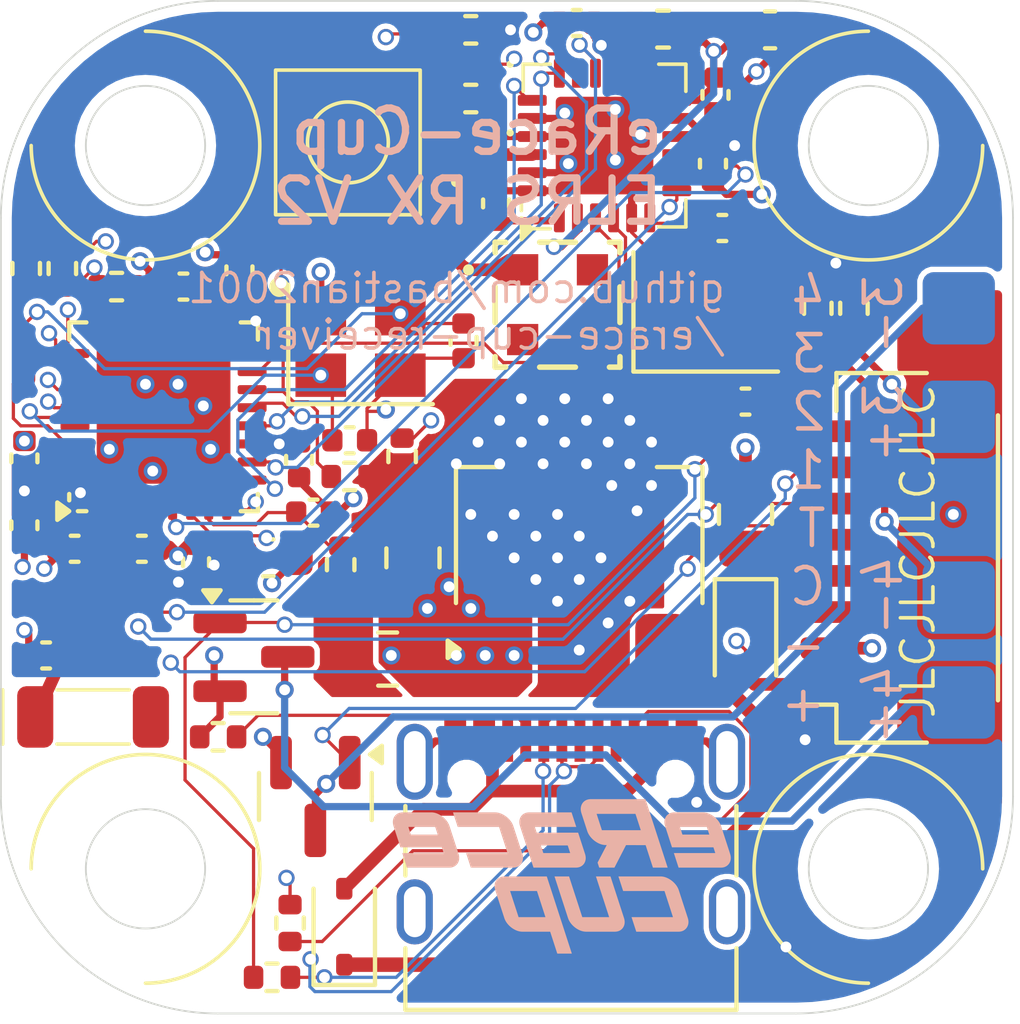
<source format=kicad_pcb>
(kicad_pcb (version 20240108) (generator "pcbnew") (generator_version "8.0")
  (layers (0 "F.Cu" signal) (1 "In1.Cu" signal) (2 "In2.Cu" signal) (31 "B.Cu" signal) (34 "B.Paste" user) (35 "F.Paste" user) (36 "B.SilkS" user "B.Silkscreen") (37 "F.SilkS" user "F.Silkscreen") (38 "B.Mask" user) (39 "F.Mask" user) (44 "Edge.Cuts" user))
  (net 0 "")
  (net 1 "Net-(AE1-A)")
  (net 2 "GND")
  (net 6 "Net-(FL1-OUT)")
  (net 7 "/IO9")
  (net 8 "/EN")
  (net 9 "Net-(Q1-D)")
  (net 10 "Net-(C7-Pad1)")
  (net 11 "Net-(U1-XTAL_N)")
  (net 12 "+3V3")
  (net 13 "VDD3P3")
  (net 14 "Net-(Q2-D)")
  (net 15 "Net-(RF1-VR_PA)")
  (net 16 "Net-(RF1-DCC_FB)")
  (net 17 "Net-(RF1-XTA)")
  (net 18 "Net-(RF1-XTB)")
  (net 19 "VCC")
  (net 20 "Net-(D1-A)")
  (net 21 "Net-(D2-K)")
  (net 22 "/IO10")
  (net 23 "Net-(D3-A)")
  (net 24 "Net-(FL1-IN)")
  (net 25 "/ESC_Current")
  (net 26 "/ESC_Telemetry")
  (net 27 "/IO3")
  (net 28 "/IO2")
  (net 29 "Net-(U1-LNA_IN)")
  (net 30 "Net-(U1-XTAL_P)")
  (net 31 "Net-(RF1-DCC_SW)")
  (net 32 "/IO8")
  (net 34 "Net-(J2-CC2)")
  (net 35 "Net-(J2-CC1)")
  (net 37 "/IO0")
  (net 39 "/SS")
  (net 40 "/IO1")
  (net 41 "/MISO")
  (net 42 "/MOSI")
  (net 43 "/SCK")
  (net 48 "Net-(P3-Pad1)")
  (net 49 "Net-(P4-Pad1)")
  (net 53 "+5V0_USB")
  (net 55 "/IO20")
  (net 56 "/IO21")
  (net 57 "Net-(R5-Pad1)")
  (net 58 "/CH_4")
  (net 60 "/USBD-")
  (net 61 "/USBD+")
  (footprint "Capacitor_SMD:C_0402_1005Metric" (layer "F.Cu") (at 54.4 64.52 90)
    (property "Reference" "C11" (hide yes))
    (property "Value" "100n" (hide yes))
  )
  (footprint "Resistor_SMD:R_0402_1005Metric" (layer "F.Cu") (at 58.65 62.15 180)
    (property "Reference" "R2" (hide yes))
    (property "Value" "10k" (hide yes))
  )
  (footprint "Capacitor_SMD:C_0402_1005Metric" (layer "F.Cu") (at 64.93 49.61 180)
    (property "Reference" "C13" (hide yes))
    (property "Value" "100n" (hide yes))
  )
  (footprint "Capacitor_SMD:C_0402_1005Metric" (layer "F.Cu") (at 57.65 63.15)
    (property "Reference" "C1" (hide yes))
    (property "Value" "1µ" (hide yes))
  )
  (footprint "components:USB-C" (layer "F.Cu") (at 64.77 74.19)
    (property "Reference" "J2" (hide yes))
    (property "Value" "USB_C_Receptacle_USB2.0_16P" (hide yes))
  )
  (footprint "Capacitor_SMD:C_0402_1005Metric" (layer "F.Cu") (at 57.25 61.69 90)
    (property "Reference" "C2" (hide yes))
    (property "Value" "100n" (hide yes))
  )
  (footprint "components:0402 RF Filter" (layer "F.Cu") (at 61.6 55.1 -90)
    (property "Reference" "FL1" (hide yes))
    (property "Value" "~" (hide yes))
  )
  (footprint "Resistor_SMD:R_0402_1005Metric" (layer "F.Cu") (at 56.5 76 180)
    (property "Reference" "R13" (hide yes))
    (property "Value" "0R" (hide yes))
  )
  (footprint "Resistor_SMD:R_0402_1005Metric" (layer "F.Cu") (at 52.2 56.9)
    (property "Reference" "R6" (hide yes))
    (property "Value" "1k" (hide yes))
  )
  (footprint "Resistor_SMD:R_0402_1005Metric" (layer "F.Cu") (at 55.01 69.35)
    (property "Reference" "R9" (hide yes))
    (property "Value" "5.1k" (hide yes))
  )
  (footprint "Resistor_SMD:R_0402_1005Metric" (layer "F.Cu") (at 60.1 61.6 90)
    (property "Reference" "R3" (hide yes))
    (property "Value" "10k" (hide yes))
  )
  (footprint "Resistor_SMD:R_0402_1005Metric" (layer "F.Cu") (at 57 74.5 -90)
    (property "Reference" "R10" (hide yes))
    (property "Value" "5.1k" (hide yes))
  )
  (footprint "Capacitor_SMD:C_0402_1005Metric" (layer "F.Cu") (at 58.65 61.15)
    (property "Reference" "C8" (hide yes))
    (property "Value" "12n" (hide yes))
  )
  (footprint "Connector_JST:JST_SH_SM08B-SRSS-TB_1x08-1MP_P1.00mm_Horizontal" (layer "F.Cu") (at 73.9 64.4 90)
    (property "Reference" "J1" (hide yes))
    (property "Value" "Conn_01x08_MountingPin" (hide yes))
  )
  (footprint "Capacitor_SMD:C_0402_1005Metric" (layer "F.Cu") (at 52.9 64.15)
    (property "Reference" "C10" (hide yes))
    (property "Value" "1µ" (hide yes))
  )
  (footprint "Capacitor_SMD:C_0402_1005Metric" (layer "F.Cu") (at 54.05 56.9)
    (property "Reference" "C4" (hide yes))
    (property "Value" "1µ" (hide yes))
  )
  (footprint "Resistor_SMD:R_0402_1005Metric" (layer "F.Cu") (at 62 51.7 180)
    (property "Reference" "R11" (hide yes))
    (property "Value" "3.3k" (hide yes))
  )
  (footprint "LED_SMD:LED_0402_1005Metric" (layer "F.Cu") (at 62 50.75 180)
    (property "Reference" "D3" (hide yes))
    (property "Value" "red" (hide yes))
  )
  (footprint "Resistor_SMD:R_0402_1005Metric" (layer "F.Cu") (at 62 49.8 180)
    (property "Reference" "R4" (hide yes))
    (property "Value" "1k" (hide yes))
  )
  (footprint "Package_TO_SOT_SMD:SOT-23" (layer "F.Cu") (at 56 67.1375)
    (property "Reference" "Q2" (hide yes))
    (property "Value" "2N7002" (hide yes))
  )
  (footprint "Inductor_SMD:L_0603_1608Metric" (layer "F.Cu") (at 67.32 49.78 180)
    (property "Reference" "L5" (hide yes))
    (property "Value" "15µH" (hide yes))
  )
  (footprint "Resistor_SMD:R_0402_1005Metric" (layer "F.Cu") (at 71.6 57.5 -90)
    (property "Reference" "R8" (hide yes))
    (property "Value" "33" (hide yes))
  )
  (footprint "Crystal:Crystal_SMD_3225-4Pin_3.2x2.5mm" (layer "F.Cu") (at 68.5 57.6)
    (property "Reference" "Y2" (hide yes))
    (property "Value" "52MHz" (hide yes))
  )
  (footprint "Package_DFN_QFN:QFN-32-1EP_5x5mm_P0.5mm_EP3.7x3.7mm" (layer "F.Cu") (at 53.5 60.5 90)
    (property "Reference" "U1" (hide yes))
    (property "Value" "ESP32-C3" (hide yes))
  )
  (footprint "Capacitor_SMD:C_0805_2012Metric" (layer "F.Cu") (at 69.6 63.2 90)
    (property "Reference" "C20" (hide yes))
    (property "Value" "22µ" (hide yes))
  )
  (footprint "Capacitor_SMD:C_0805_2012Metric" (layer "F.Cu") (at 60.4 64.4 -90)
    (property "Reference" "C26" (hide yes))
    (property "Value" "22µ" (hide yes))
  )
  (footprint "Capacitor_SMD:C_0402_1005Metric" (layer "F.Cu") (at 51.04 64.15)
    (property "Reference" "C19" (hide yes))
    (property "Value" "1.2pF" (hide yes))
  )
  (footprint "Package_TO_SOT_SMD:SOT-223-3_TabPin2" (layer "F.Cu") (at 65 63.8 90)
    (property "Reference" "U2" (hide yes))
    (property "Value" "AMS1117-3.3" (hide yes))
  )
  (footprint "Inductor_SMD:L_0402_1005Metric" (layer "F.Cu") (at 52.9 65.1 180)
    (property "Reference" "L1" (hide yes))
    (property "Value" "2.0n" (hide yes))
  )
  (footprint "Capacitor_SMD:C_0402_1005Metric" (layer "F.Cu") (at 61.8 58.4 -90)
    (property "Reference" "C7" (hide yes))
    (property "Value" "12n" (hide yes))
  )
  (footprint "components:1206 antenna" (layer "F.Cu") (at 51.55 68.8)
    (property "Reference" "AE1" (hide yes))
    (property "Value" "ANT3216LL00R2400A" (hide yes))
  )
  (footprint "components:button" (layer "F.Cu") (at 58.6 52.913197 90)
    (property "Reference" "BN1" (hide yes))
    (property "Value" "~" (hide yes))
  )
  (footprint "components:ANT_47948-0001_MOL" (layer "F.Cu") (at 64.4 57.4)
    (property "Reference" "AE2" (hide yes))
    (property "Value" "0479480001" (hide yes))
  )
  (footprint "Resistor_SMD:R_0402_1005Metric" (layer "F.Cu") (at 72.6 57.5 -90)
    (property "Reference" "R12" (hide yes))
    (property "Value" "33" (hide yes))
  )
  (footprint "Resistor_SMD:R_0402_1005Metric" (layer "F.Cu") (at 50.7 56.4 -90)
    (property "Reference" "R5" (hide yes))
    (property "Value" "3.3k" (hide yes))
  )
  (footprint "Capacitor_SMD:C_0402_1005Metric" (layer "F.Cu") (at 49.65 61.65 -90)
    (property "Reference" "C5" (hide yes))
    (property "Value" "10n" (hide yes))
  )
  (footprint "Capacitor_SMD:C_0402_1005Metric" (layer "F.Cu") (at 68.7 53.5 -90)
    (property "Reference" "C12" (hide yes))
    (property "Value" "100n" (hide yes))
  )
  (footprint "Capacitor_SMD:C_0402_1005Metric" (layer "F.Cu") (at 55.6 56.45 -90)
    (property "Reference" "C3" (hide yes))
    (property "Value" "100n" (hide yes))
  )
  (footprint "Diode_SMD:D_SOD-323" (layer "F.Cu") (at 69.6 66.6 -90)
    (property "Reference" "D2" (hide yes))
    (property "Value" "D_Schottky" (hide yes))
  )
  (footprint "Capacitor_SMD:C_0402_1005Metric" (layer "F.Cu") (at 68.77 51.6 90)
    (property "Reference" "C16" (hide yes))
    (property "Value" "10n" (hide yes))
  )
  (footprint "Capacitor_SMD:C_0402_1005Metric" (layer "F.Cu") (at 68.96 55.28 180)
    (property "Reference" "C18" (hide yes))
    (property "Value" "TBD" (hide yes))
  )
  (footprint "Capacitor_SMD:C_0603_1608Metric" (layer "F.Cu") (at 70.28 49.8)
    (property "Reference" "C15" (hide yes))
    (property "Value" "470n" (hide yes))
  )
  (footprint "Capacitor_SMD:C_0402_1005Metric" (layer "F.Cu") (at 49.65 63.5 90)
    (property "Reference" "C6" (hide yes))
    (property "Value" "1µ" (hide yes))
  )
  (footprint "LED_SMD:LED_0402_1005Metric" (layer "F.Cu") (at 62 52.65 180)
    (property "Reference" "D1" (hide yes))
    (property "Value" "green" (hide yes))
  )
  (footprint "Package_TO_SOT_SMD:SOT-23" (layer "F.Cu") (at 57.7 71 -90)
    (property "Reference" "Q1" (hide yes))
    (property "Value" "2N7002" (hide yes))
  )
  (footprint "Resistor_SMD:R_0402_1005Metric" (layer "F.Cu") (at 49.7 56.4 90)
    (property "Reference" "R7" (hide yes))
    (property "Value" "3.3k" (hide yes))
  )
  (footprint "Capacitor_SMD:C_0603_1608Metric" (layer "F.Cu") (at 56.4 64.4)
    (property "Reference" "C9" (hide yes))
    (property "Value" "10µ" (hide yes))
  )
  (footprint "components:SX128x" (layer "F.Cu") (at 65.7 53)
    (property "Reference" "RF1" (hide yes))
    (property "Value" "~" (hide yes))
  )
  (footprint "Crystal:Crystal_SMD_3225-4Pin_3.2x2.5mm" (layer "F.Cu") (at 58.95 58.5)
    (property "Reference" "Y1" (hide yes))
    (property "Value" "40MHz" (hide yes))
  )
  (footprint "Capacitor_SMD:C_0402_1005Metric" (layer "F.Cu") (at 62.7 54.6 -90)
    (property "Reference" "C14" (hide yes))
    (property "Value" "10n" (hide yes))
  )
  (footprint "Capacitor_SMD:C_0402_1005Metric" (layer "F.Cu") (at 69.6 60.08)
    (property "Reference" "C17" (hide yes))
    (property "Value" "TBD" (hide yes))
  )
  (footprint "Inductor_SMD:L_0402_1005Metric" (layer "F.Cu") (at 49.63 58.85 -90)
    (property "Reference" "L4" (hide yes))
    (property "Value" "TBD" (hide yes))
  )
  (footprint "Inductor_SMD:L_0402_1005Metric" (layer "F.Cu") (at 51.05 65.65 -90)
    (property "Reference" "L2" (hide yes))
    (property "Value" "3.0nH" (hide yes))
  )
  (footprint "Diode_SMD:D_SOD-323" (layer "F.Cu") (at 58.5 74.6 90)
    (property "Reference" "D4" (hide yes))
    (property "Value" "D_Schottky" (hide yes))
  )
  (footprint "Capacitor_SMD:C_0805_2012Metric" (layer "F.Cu") (at 59.7 67.2)
    (property "Reference" "C27" (hide yes))
    (property "Value" "22µ" (hide yes))
  )
  (footprint "Capacitor_SMD:C_0402_1005Metric" (layer "F.Cu") (at 50.25 67.1 180)
    (property "Reference" "C21" (hide yes))
    (property "Value" "1.2pF" (hide yes))
  )
  (footprint "Resistor_SMD:R_0402_1005Metric" (layer "F.Cu") (at 58.4 64.59 -90)
    (property "Reference" "R1" (hide yes))
    (property "Value" "10k" (hide yes))
  )
  (footprint "components:Solder Pad" (layer "B.Cu") (at 75.5 65.5 180)
    (property "Reference" "P4" (hide yes))
    (property "Value" "~" (hide yes))
  )
  (footprint "components:Solder Pad" (layer "B.Cu") (at 75.5 68.4 180)
    (property "Reference" "P2" (hide yes))
    (property "Value" "~" (hide yes))
  )
  (footprint "components:Solder Pad" (layer "B.Cu") (at 75.5 57.5 180)
    (property "Reference" "P1" (hide yes))
    (property "Value" "~" (hide yes))
  )
  (footprint "components:Solder Pad" (layer "B.Cu") (at 75.5 60.5 180)
    (property "Reference" "P3" (hide yes))
    (property "Value" "~" (hide yes))
  )
  (gr_poly (pts (xy 65.313776 71.072814) (xy 65.300708 71.07343) (xy 65.287929 71.074458) (xy 65.275438 71.075897) (xy 65.263235 71.077747) (xy 65.251321 71.080009) (xy 65.239695 71.082681) (xy 65.228358 71.085765) (xy 65.217309 71.089259) (xy 65.206549 71.093165) (xy 65.196077 71.097482) (xy 65.185893 71.10221) (xy 65.175998 71.10735) (xy 65.166391 71.1129) (xy 65.157072 71.118862) (xy 65.148043 71.125235) (xy 65.139338 71.131958) (xy 65.130995 71.138969) (xy 65.123015 71.14627) (xy 65.115396 71.15386) (xy 65.10814 71.16174) (xy 65.101245 71.169911) (xy 65.094713 71.178372) (xy 65.088542 71.187124) (xy 65.082734 71.196168) (xy 65.077288 71.205504) (xy 65.072204 71.215132) (xy 65.067482 71.225052) (xy 65.063122 71.235266) (xy 65.059124 71.245773) (xy 65.055488 71.256574) (xy 65.052214 71.267669) (xy 65.052214 71.267671) (xy 65.049306 71.278925) (xy 65.046863 71.290303) (xy 65.044886 71.301804) (xy 65.043374 71.313429) (xy 65.042327 71.325179) (xy 65.041744 71.337053) (xy 65.041625 71.349052) (xy 65.04197 71.361176) (xy 65.042779 71.373426) (xy 65.04405 71.385803) (xy 65.045784 71.398306) (xy 65.04798 71.410936) (xy 65.050638 71.423693) (xy 65.053757 71.436578) (xy 65.057337 71.449591) (xy 65.061378 71.462732) (xy 65.220569 71.952611) (xy 65.225033 71.965709) (xy 65.229884 71.97869) (xy 65.23512 71.991553) (xy 65.240742 72.004297) (xy 65.246749 72.016922) (xy 65.253141 72.029426) (xy 65.259917 72.041808) (xy 65.267076 72.054069) (xy 65.27462 72.066207) (xy 65.282546 72.078222) (xy 65.290855 72.090112) (xy 65.299547 72.101877) (xy 65.308621 72.113516) (xy 65.318076 72.125029) (xy 65.327912 72.136415) (xy 65.33813 72.147672) (xy 65.348577 72.158721) (xy 65.359202 72.169482) (xy 65.370004 72.179954) (xy 65.380983 72.190137) (xy 65.392139 72.200032) (xy 65.40347 72.209639) (xy 65.414977 72.218958) (xy 65.42666 72.227988) (xy 65.438517 72.236729) (xy 65.450549 72.245182) (xy 65.462755 72.253347) (xy 65.475135 72.261223) (xy 65.487688 72.268811) (xy 65.500414 72.276111) (xy 65.513312 72.283122) (xy 65.526383 72.289844) (xy 65.539595 72.296263) (xy 65.552821 72.302265) (xy 65.566062 72.307851) (xy 65.579318 72.31302) (xy 65.59259 72.317774) (xy 65.605881 72.322112) (xy 65.619191 72.326035) (xy 65.632522 72.329544) (xy 65.645874 72.332638) (xy 65.659248 72.335319) (xy 65.672646 72.337586) (xy 65.686069 72.33944) (xy 65.699519 72.340881) (xy 65.712995 72.341911) (xy 65.7265 72.342528) (xy 65.740034 72.342733) (xy 65.760457 72.342733) (xy 65.507532 72.827376) (xy 65.552828 72.967192) (xy 65.97437 72.967192) (xy 66.295108 72.344043) (xy 66.83709 72.34535) (xy 67.038959 72.96719) (xy 67.44741 72.96719) (xy 67.110879 71.931401) (xy 66.702511 71.931401) (xy 65.627449 71.931401) (xy 65.481087 71.480796) (xy 66.55615 71.480796) (xy 66.702511 71.931401) (xy 67.110879 71.931401) (xy 66.831854 71.072608) (xy 65.327133 71.072608)) (stroke (width -0.000001)) (fill solid) (layer "B.SilkS"))
  (gr_poly (pts (xy 60.107941 71.43911) (xy 60.095199 71.439727) (xy 60.082732 71.440755) (xy 60.070542 71.442194) (xy 60.058628 71.444044) (xy 60.04699 71.446305) (xy 60.035628 71.448978) (xy 60.024542 71.452061) (xy 60.013733 71.455556) (xy 60.003199 71.459462) (xy 59.992942 71.463779) (xy 59.982961 71.468507) (xy 59.973256 71.473647) (xy 59.963827 71.479197) (xy 59.954674 71.485159) (xy 59.945798 71.491532) (xy 59.937243 71.498245) (xy 59.929057 71.505228) (xy 59.921237 71.51248) (xy 59.913785 71.520001) (xy 59.9067 71.527791) (xy 59.89998 71.535848) (xy 59.893627 71.544174) (xy 59.887639 71.552766) (xy 59.882016 71.561626) (xy 59.876758 71.570752) (xy 59.871865 71.580145) (xy 59.867335 71.589803) (xy 59.863169 71.599726) (xy 59.859366 71.609915) (xy 59.855926 71.620368) (xy 59.852849 71.631086) (xy 59.850173 71.641999) (xy 59.84794 71.653042) (xy 59.846148 71.664212) (xy 59.844798 71.67551) (xy 59.84389 71.686936) (xy 59.843423 71.698488) (xy 59.843399 71.710167) (xy 59.843816 71.721972) (xy 59.844675 71.733903) (xy 59.845976 71.74596) (xy 59.847719 71.758141) (xy 59.849904 71.770447) (xy 59.85253 71.782878) (xy 59.855598 71.795432) (xy 59.859109 71.808109) (xy 59.863061 71.82091) (xy 60.053147 72.405832) (xy 61.199426 72.405832) (xy 61.250744 72.563976) (xy 60.104465 72.563976) (xy 60.235378 72.96719) (xy 61.402604 72.96719) (xy 61.41538 72.966984) (xy 61.427888 72.966367) (xy 61.440127 72.965338) (xy 61.452098 72.963897) (xy 61.463802 72.962043) (xy 61.47524 72.959776) (xy 61.486412 72.957095) (xy 61.49732 72.954) (xy 61.507964 72.950492) (xy 61.518345 72.946569) (xy 61.528464 72.94223) (xy 61.53832 72.937477) (xy 61.547917 72.932307) (xy 61.557253 72.926722) (xy 61.56633 72.92072) (xy 61.575148 72.914301) (xy 61.583754 72.907634) (xy 61.591999 72.900691) (xy 61.599883 72.893472) (xy 61.607406 72.885979) (xy 61.614568 72.878211) (xy 61.62137 72.870168) (xy 61.627812 72.861852) (xy 61.633895 72.853263) (xy 61.639619 72.8444) (xy 61.644984 72.835264) (xy 61.649992 72.825857) (xy 61.654641 72.816177) (xy 61.658933 72.806226) (xy 61.662868 72.796004) (xy 61.666446 72.785511) (xy 61.669668 72.774747) (xy 61.672488 72.763833) (xy 61.674859 72.752791) (xy 61.676782 72.741622) (xy 61.678255 72.730326) (xy 61.679279 72.718905) (xy 61.679853 72.707358) (xy 61.679977 72.695687) (xy 61.67965 72.683893) (xy 61.678872 72.671976) (xy 61.677643 72.659937) (xy 61.675962 72.647776) (xy 61.673828 72.635496) (xy 61.671242 72.623095) (xy 61.668204 72.610576) (xy 61.664711 72.597939) (xy 61.660766 72.585184) (xy 61.48771 72.052889) (xy 61.084745 72.052889) (xy 60.341419 72.052889) (xy 60.27308 71.842117) (xy 61.016146 71.842117) (xy 61.084745 72.052889) (xy 61.48771 72.052889) (xy 61.412291 71.82091) (xy 61.407934 71.808109) (xy 61.403209 71.795432) (xy 61.398114 71.782878) (xy 61.39265 71.770447) (xy 61.386817 71.758141) (xy 61.380613 71.74596) (xy 61.374039 71.733903) (xy 61.367094 71.721972) (xy 61.359777 71.710167) (xy 61.352089 71.698488) (xy 61.344029 71.686936) (xy 61.335597 71.67551) (xy 61.326791 71.664212) (xy 61.317613 71.653042) (xy 61.308061 71.641999) (xy 61.298135 71.631086) (xy 61.28793 71.620368) (xy 61.277541 71.609915) (xy 61.266969 71.599726) (xy 61.256214 71.589803) (xy 61.245276 71.580145) (xy 61.234157 71.570752) (xy 61.222855 71.561626) (xy 61.211372 71.552766) (xy 61.199708 71.544174) (xy 61.187863 71.535848) (xy 61.175838 71.527791) (xy 61.163634 71.520001) (xy 61.151249 71.51248) (xy 61.138686 71.505228) (xy 61.125944 71.498245) (xy 61.113023 71.491532) (xy 61.10002 71.485159) (xy 61.087028 71.479197) (xy 61.074048 71.473647) (xy 61.061079 71.468507) (xy 61.048121 71.463779) (xy 61.035173 71.459462) (xy 61.022235 71.455556) (xy 61.009307 71.452061) (xy 60.996388 71.448978) (xy 60.983477 71.446305) (xy 60.970576 71.444044) (xy 60.957682 71.442194) (xy 60.944796 71.440755) (xy 60.931917 71.439727) (xy 60.919045 71.43911) (xy 60.90618 71.438904) (xy 60.12096 71.438904)) (stroke (width -0.000001)) (fill solid) (layer "B.SilkS"))
  (gr_poly (pts (xy 66.214989 73.613641) (xy 67.35865 73.613641) (xy 67.593247 74.335499) (xy 66.446968 74.335499) (xy 66.577881 74.738713) (xy 67.745369 74.738713) (xy 67.758056 74.738507) (xy 67.770491 74.73789) (xy 67.782673 74.736861) (xy 67.794601 74.73542) (xy 67.806274 74.733566) (xy 67.817692 74.731299) (xy 67.828853 74.728618) (xy 67.839758 74.725524) (xy 67.850405 74.722015) (xy 67.860793 74.718092) (xy 67.870922 74.713753) (xy 67.880791 74.709) (xy 67.8904 74.703831) (xy 67.899746 74.698245) (xy 67.908831 74.692243) (xy 67.917652 74.685824) (xy 67.926258 74.679111) (xy 67.934503 74.672128) (xy 67.942387 74.664876) (xy 67.949909 74.657354) (xy 67.957072 74.649565) (xy 67.963874 74.641507) (xy 67.970316 74.633182) (xy 67.976399 74.624589) (xy 67.982123 74.615729) (xy 67.987488 74.606603) (xy 67.992495 74.597211) (xy 67.997144 74.587553) (xy 68.001436 74.577629) (xy 68.005371 74.567441) (xy 68.008949 74.556987) (xy 68.012171 74.54627) (xy 68.014991 74.535356) (xy 68.017362 74.524314) (xy 68.019285 74.513143) (xy 68.020758 74.501845) (xy 68.021782 74.49042) (xy 68.022356 74.478867) (xy 68.02248 74.467188) (xy 68.022153 74.455383) (xy 68.021375 74.443452) (xy 68.020146 74.431396) (xy 68.018465 74.419214) (xy 68.016332 74.406908) (xy 68.013746 74.394478) (xy 68.010707 74.381924) (xy 68.007215 74.369246) (xy 68.003269 74.356445) (xy 67.755056 73.592171) (xy 67.750653 73.579463) (xy 67.745888 73.566865) (xy 67.740758 73.55438) (xy 67.735264 73.542007) (xy 67.729405 73.529748) (xy 67.72318 73.517603) (xy 67.716589 73.505573) (xy 67.70963 73.493659) (xy 67.702302 73.481861) (xy 67.694606 73.470181) (xy 67.68654 73.458619) (xy 67.678104 73.447176) (xy 67.669296 73.435853) (xy 67.660117 73.42465) (xy 67.650564 73.413568) (xy 67.640638 73.402608) (xy 67.630433 73.391891) (xy 67.620044 73.381438) (xy 67.609472 73.371249) (xy 67.598717 73.361325) (xy 67.58778 73.351667) (xy 67.57666 73.342275) (xy 67.565358 73.333149) (xy 67.553875 73.324289) (xy 67.542211 73.315697) (xy 67.530366 73.307371) (xy 67.518341 73.299314) (xy 67.506137 73.291524) (xy 67.493752 73.284003) (xy 67.481189 73.276751) (xy 67.468447 73.269768) (xy 67.455526 73.263054) (xy 67.442523 73.256679) (xy 67.429531 73.250709) (xy 67.416551 73.245145) (xy 67.403582 73.239989) (xy 67.390624 73.235241) (xy 67.377676 73.230902) (xy 67.364738 73.226972) (xy 67.35181 73.223453) (xy 67.338891 73.220345) (xy 67.325981 73.217649) (xy 67.313079 73.215366) (xy 67.300185 73.213496) (xy 67.287299 73.21204) (xy 67.27442 73.210999) (xy 67.261548 73.210374) (xy 67.248683 73.210165) (xy 66.084075 73.210165)) (stroke (width -0.000001)) (fill solid) (layer "B.SilkS"))
  (gr_poly (pts (xy 67.621552 71.43911) (xy 67.608769 71.439727) (xy 67.596267 71.440755) (xy 67.584047 71.442194) (xy 67.572107 71.444044) (xy 67.560448 71.446305) (xy 67.549069 71.448978) (xy 67.537969 71.452061) (xy 67.527149 71.455556) (xy 67.516607 71.459462) (xy 67.506344 71.463779) (xy 67.496359 71.468507) (xy 67.486652 71.473647) (xy 67.477222 71.479197) (xy 67.468069 71.485159) (xy 67.459192 71.491532) (xy 67.450681 71.498245) (xy 67.442526 71.505228) (xy 67.434729 71.51248) (xy 67.42729 71.520001) (xy 67.42021 71.527791) (xy 67.41349 71.535848) (xy 67.40713 71.544174) (xy 67.401132 71.552766) (xy 67.395496 71.561626) (xy 67.390222 71.570752) (xy 67.385312 71.580145) (xy 67.380767 71.589803) (xy 67.376586 71.599726) (xy 67.372772 71.609915) (xy 67.369324 71.620368) (xy 67.366243 71.631086) (xy 67.363571 71.641999) (xy 67.361345 71.653042) (xy 67.359565 71.664212) (xy 67.358229 71.67551) (xy 67.357337 71.686936) (xy 67.356887 71.698488) (xy 67.356878 71.710167) (xy 67.357309 71.721972) (xy 67.358178 71.733903) (xy 67.359486 71.74596) (xy 67.361229 71.758141) (xy 67.363408 71.770447) (xy 67.366022 71.782878) (xy 67.369068 71.795432) (xy 67.372546 71.808109) (xy 67.376455 71.82091) (xy 67.566541 72.405832) (xy 68.712822 72.405832) (xy 68.764139 72.563976) (xy 67.61786 72.563976) (xy 67.749035 72.96719) (xy 68.916261 72.96719) (xy 68.928991 72.966984) (xy 68.941459 72.966367) (xy 68.953664 72.965338) (xy 68.965607 72.963897) (xy 68.97729 72.962043) (xy 68.988712 72.959776) (xy 68.999876 72.957095) (xy 69.01078 72.954) (xy 69.021428 72.950492) (xy 69.031818 72.946569) (xy 69.041952 72.94223) (xy 69.05183 72.937477) (xy 69.061454 72.932307) (xy 69.070824 72.926722) (xy 69.079941 72.92072) (xy 69.088805 72.914301) (xy 69.097366 72.907634) (xy 69.10557 72.900691) (xy 69.113419 72.893472) (xy 69.120912 72.885979) (xy 69.128048 72.878211) (xy 69.134829 72.870168) (xy 69.141254 72.861852) (xy 69.147323 72.853263) (xy 69.153037 72.8444) (xy 69.158394 72.835264) (xy 69.163395 72.825857) (xy 69.16804 72.816177) (xy 69.17233 72.806226) (xy 69.176263 72.796004) (xy 69.179841 72.785511) (xy 69.183063 72.774747) (xy 69.185883 72.763833) (xy 69.188254 72.752791) (xy 69.190176 72.741622) (xy 69.19165 72.730326) (xy 69.192674 72.718905) (xy 69.193248 72.707358) (xy 69.193372 72.695687) (xy 69.193045 72.683893) (xy 69.192267 72.671976) (xy 69.191038 72.659937) (xy 69.189357 72.647776) (xy 69.187223 72.635496) (xy 69.184638 72.623095) (xy 69.181599 72.610576) (xy 69.178107 72.597939) (xy 69.174161 72.585184) (xy 69.001288 72.052889) (xy 68.598141 72.052889) (xy 67.855075 72.052889) (xy 67.786476 71.842117) (xy 68.529542 71.842117) (xy 68.598141 72.052889) (xy 69.001288 72.052889) (xy 68.925948 71.82091) (xy 68.921588 71.808109) (xy 68.916854 71.795432) (xy 68.911747 71.782878) (xy 68.906266 71.770447) (xy 68.900412 71.758141) (xy 68.894187 71.74596) (xy 68.887589 71.733903) (xy 68.880619 71.721972) (xy 68.873278 71.710167) (xy 68.865567 71.698488) (xy 68.857484 71.686936) (xy 68.849032 71.67551) (xy 68.84021 71.664212) (xy 68.831019 71.653042) (xy 68.821458 71.641999) (xy 68.811529 71.631086) (xy 68.801327 71.620368) (xy 68.790946 71.609915) (xy 68.780386 71.599726) (xy 68.769645 71.589803) (xy 68.758724 71.580145) (xy 68.74762 71.570752) (xy 68.736334 71.561626) (xy 68.724865 71.552766) (xy 68.713211 71.544174) (xy 68.701373 71.535848) (xy 68.689349 71.527791) (xy 68.677139 71.520001) (xy 68.664741 71.51248) (xy 68.652156 71.505228) (xy 68.639381 71.498245) (xy 68.626418 71.491532) (xy 68.613457 71.485159) (xy 68.600498 71.479197) (xy 68.58754 71.473647) (xy 68.574584 71.468507) (xy 68.561631 71.463779) (xy 68.548682 71.459462) (xy 68.535738 71.455556) (xy 68.522799 71.452061) (xy 68.509867 71.448978) (xy 68.496941 71.446305) (xy 68.484023 71.444044) (xy 68.471113 71.442194) (xy 68.458213 71.440755) (xy 68.445322 71.439727) (xy 68.432443 71.43911) (xy 68.419575 71.438904) (xy 67.634616 71.438904)) (stroke (width -0.000001)) (fill solid) (layer "B.SilkS"))
  (gr_poly (pts (xy 62.922276 73.210633) (xy 62.909493 73.21125) (xy 62.896991 73.212278) (xy 62.884771 73.213717) (xy 62.872832 73.215567) (xy 62.861172 73.217828) (xy 62.849793 73.220501) (xy 62.838694 73.223584) (xy 62.827873 73.227079) (xy 62.817332 73.230985) (xy 62.807069 73.235302) (xy 62.797084 73.24003) (xy 62.787376 73.245169) (xy 62.777946 73.25072) (xy 62.768793 73.256682) (xy 62.759916 73.263054) (xy 62.751405 73.269768) (xy 62.743251 73.276751) (xy 62.735455 73.284003) (xy 62.728018 73.291524) (xy 62.720942 73.299314) (xy 62.714228 73.307371) (xy 62.707876 73.315697) (xy 62.701889 73.324289) (xy 62.696266 73.333149) (xy 62.69101 73.342275) (xy 62.686121 73.351667) (xy 62.681601 73.361325) (xy 62.677451 73.371249) (xy 62.673671 73.381438) (xy 62.670263 73.391891) (xy 62.667229 73.402608) (xy 62.664508 73.413522) (xy 62.662234 73.424564) (xy 62.660408 73.435733) (xy 62.659031 73.447029) (xy 62.658101 73.458451) (xy 62.657619 73.469997) (xy 62.657586 73.481668) (xy 62.658 73.493463) (xy 62.658862 73.50538) (xy 62.660172 73.517419) (xy 62.66193 73.529579) (xy 62.664137 73.54186) (xy 62.666791 73.55426) (xy 62.669893 73.566779) (xy 62.673443 73.579417) (xy 62.677441 73.592171) (xy 62.925652 74.356445) (xy 62.930003 74.369246) (xy 62.934712 74.381924) (xy 62.939778 74.394478) (xy 62.945204 74.406908) (xy 62.95099 74.419214) (xy 62.957138 74.431396) (xy 62.963649 74.443452) (xy 62.970523 74.455383) (xy 62.977763 74.467188) (xy 62.985369 74.478867) (xy 62.993343 74.49042) (xy 63.001685 74.501845) (xy 63.010397 74.513143) (xy 63.01948 74.524314) (xy 63.028934 74.535356) (xy 63.038762 74.54627) (xy 63.04882 74.55703) (xy 63.059063 74.567516) (xy 63.069491 74.577726) (xy 63.080106 74.587663) (xy 63.090908 74.597327) (xy 63.101898 74.606718) (xy 63.113077 74.615838) (xy 63.124445 74.624687) (xy 63.136004 74.633266) (xy 63.147753 74.641576) (xy 63.159694 74.649618) (xy 63.171828 74.657391) (xy 63.184155 74.664898) (xy 63.196676 74.672139) (xy 63.209392 74.679114) (xy 63.222303 74.685824) (xy 63.235319 74.692243) (xy 63.248346 74.698245) (xy 63.261385 74.703831) (xy 63.274435 74.709) (xy 63.287496 74.713753) (xy 63.300567 74.718092) (xy 63.313649 74.722015) (xy 63.326739 74.725524) (xy 63.339839 74.728618) (xy 63.352948 74.731299) (xy 63.366065 74.733566) (xy 63.379191 74.73542) (xy 63.392324 74.736861) (xy 63.405464 74.73789) (xy 63.418611 74.738507) (xy 63.431765 74.738713) (xy 64.196039 74.738713) (xy 64.392933 75.344843) (xy 64.796147 75.344843) (xy 64.468159 74.335499) (xy 64.065125 74.335499) (xy 63.32206 74.335499) (xy 63.087462 73.613641) (xy 63.830528 73.613641) (xy 64.065125 74.335499) (xy 64.468159 74.335499) (xy 64.102567 73.210428) (xy 62.935341 73.210428)) (stroke (width -0.000001)) (fill solid) (layer "B.SilkS"))
  (gr_poly (pts (xy 61.637987 71.842118) (xy 62.781648 71.842118) (xy 63.015984 72.563976) (xy 61.869966 72.563976) (xy 62.000879 72.96719) (xy 63.168105 72.96719) (xy 63.180838 72.966984) (xy 63.193313 72.966367) (xy 63.20553 72.965338) (xy 63.217488 72.963897) (xy 63.229186 72.962042) (xy 63.240625 72.959775) (xy 63.251804 72.957095) (xy 63.262723 72.954) (xy 63.27338 72.950492) (xy 63.283777 72.946568) (xy 63.293911 72.94223) (xy 63.303784 72.937477) (xy 63.313395 72.932307) (xy 63.322743 72.926722) (xy 63.331828 72.92072) (xy 63.340649 72.914301) (xy 63.349213 72.907587) (xy 63.357425 72.900604) (xy 63.365286 72.893352) (xy 63.372793 72.885831) (xy 63.379945 72.878042) (xy 63.386743 72.869984) (xy 63.393183 72.861659) (xy 63.399266 72.853066) (xy 63.40499 72.844206) (xy 63.410353 72.83508) (xy 63.415355 72.825688) (xy 63.419995 72.81603) (xy 63.424271 72.806106) (xy 63.428183 72.795918) (xy 63.431729 72.785465) (xy 63.434907 72.774747) (xy 63.43777 72.763833) (xy 63.440173 72.752791) (xy 63.442118 72.741622) (xy 63.443605 72.730326) (xy 63.444634 72.718905) (xy 63.445207 72.707358) (xy 63.445325 72.695687) (xy 63.444988 72.683893) (xy 63.444196 72.671976) (xy 63.442951 72.659937) (xy 63.441254 72.647776) (xy 63.439105 72.635496) (xy 63.436504 72.623095) (xy 63.433454 72.610576) (xy 63.429954 72.597938) (xy 63.426005 72.585184) (xy 63.177792 71.82091) (xy 63.173432 71.808112) (xy 63.168698 71.795442) (xy 63.163591 71.7829) (xy 63.15811 71.770484) (xy 63.152257 71.758194) (xy 63.146031 71.746028) (xy 63.139433 71.733988) (xy 63.132463 71.72207) (xy 63.125123 71.710276) (xy 63.117411 71.698603) (xy 63.109329 71.687051) (xy 63.100876 71.67562) (xy 63.092054 71.664309) (xy 63.082863 71.653117) (xy 63.073303 71.642042) (xy 63.063374 71.631085) (xy 63.053172 71.620368) (xy 63.042791 71.609915) (xy 63.032232 71.599726) (xy 63.021494 71.589803) (xy 63.010576 71.580145) (xy 62.999478 71.570752) (xy 62.9882 71.561626) (xy 62.976742 71.552766) (xy 62.965102 71.544174) (xy 62.953281 71.535848) (xy 62.941278 71.527791) (xy 62.929093 71.520001) (xy 62.916725 71.51248) (xy 62.904175 71.505228) (xy 62.891441 71.498245) (xy 62.878523 71.491532) (xy 62.865517 71.485156) (xy 62.852517 71.479186) (xy 62.839524 71.473622) (xy 62.826539 71.468466) (xy 62.813561 71.463718) (xy 62.800591 71.459379) (xy 62.787629 71.455449) (xy 62.774676 71.45193) (xy 62.761733 71.448822) (xy 62.748799 71.446126) (xy 62.735875 71.443842) (xy 62.722961 71.441972) (xy 62.710058 71.440516) (xy 62.697166 71.439476) (xy 62.684286 71.438851) (xy 62.671418 71.438642) (xy 61.506811 71.438642)) (stroke (width -0.000001)) (fill solid) (layer "B.SilkS"))
  (gr_poly (pts (xy 63.607216 71.43911) (xy 63.594434 71.439726) (xy 63.581933 71.440754) (xy 63.569716 71.442193) (xy 63.55778 71.444044) (xy 63.546127 71.446305) (xy 63.534756 71.448977) (xy 63.523667 71.452061) (xy 63.51286 71.455556) (xy 63.502336 71.459462) (xy 63.492094 71.463779) (xy 63.482134 71.468507) (xy 63.472457 71.473647) (xy 63.463062 71.479197) (xy 63.453949 71.485159) (xy 63.445118 71.491532) (xy 63.436564 71.498245) (xy 63.428377 71.505228) (xy 63.420558 71.51248) (xy 63.413106 71.520001) (xy 63.40602 71.527791) (xy 63.399301 71.535848) (xy 63.392948 71.544174) (xy 63.38696 71.552766) (xy 63.381337 71.561626) (xy 63.376079 71.570752) (xy 63.371186 71.580145) (xy 63.366656 71.589803) (xy 63.36249 71.599726) (xy 63.358687 71.609915) (xy 63.355247 71.620368) (xy 63.35217 71.631086) (xy 63.349448 71.641999) (xy 63.347174 71.653042) (xy 63.345348 71.664212) (xy 63.343968 71.67551) (xy 63.343034 71.686936) (xy 63.342546 71.698488) (xy 63.342504 71.710167) (xy 63.342908 71.721972) (xy 63.343756 71.733903) (xy 63.345049 71.74596) (xy 63.346786 71.758141) (xy 63.348967 71.770447) (xy 63.351591 71.782877) (xy 63.354658 71.795432) (xy 63.358167 71.808109) (xy 63.362119 71.82091) (xy 63.7347 72.96719) (xy 64.901925 72.96719) (xy 64.91499 72.966984) (xy 64.927772 72.966367) (xy 64.940273 72.965338) (xy 64.952491 72.963897) (xy 64.964426 72.962042) (xy 64.97608 72.959775) (xy 64.987451 72.957095) (xy 64.998539 72.954) (xy 65.009346 72.950492) (xy 65.01987 72.946568) (xy 65.030112 72.94223) (xy 65.040072 72.937477) (xy 65.049749 72.932307) (xy 65.059144 72.926722) (xy 65.068257 72.92072) (xy 65.077088 72.914301) (xy 65.085688 72.90759) (xy 65.093915 72.900615) (xy 65.10177 72.893375) (xy 65.109252 72.885868) (xy 65.116363 72.878094) (xy 65.123103 72.870053) (xy 65.129474 72.861743) (xy 65.135475 72.853164) (xy 65.141109 72.844315) (xy 65.146375 72.835195) (xy 65.151274 72.825804) (xy 65.155808 72.81614) (xy 65.159976 72.806203) (xy 65.16378 72.795993) (xy 65.16722 72.785508) (xy 65.170298 72.774747) (xy 65.172974 72.763833) (xy 65.175207 72.752791) (xy 65.176999 72.741622) (xy 65.178349 72.730326) (xy 65.179258 72.718905) (xy 65.179724 72.707358) (xy 65.179748 72.695687) (xy 65.179331 72.683893) (xy 65.178472 72.671976) (xy 65.177171 72.659937) (xy 65.175428 72.647776) (xy 65.173244 72.635496) (xy 65.170617 72.623095) (xy 65.167549 72.610576) (xy 65.164039 72.597938) (xy 65.160087 72.585184) (xy 65.153198 72.563976) (xy 64.749804 72.563976) (xy 64.007 72.563976) (xy 63.938401 72.353205) (xy 64.681467 72.353205) (xy 64.749804 72.563976) (xy 65.153198 72.563976) (xy 64.97 72) (xy 63.823721 72) (xy 63.772403 71.842118) (xy 64.918683 71.842118) (xy 64.787507 71.438904) (xy 63.620281 71.438904)) (stroke (width -0.000001)) (fill solid) (layer "B.SilkS"))
  (gr_poly (pts (xy 65.827746 74.335499) (xy 65.08468 74.335499) (xy 64.718907 73.210165) (xy 64.315955 73.210165) (xy 64.688274 74.356445) (xy 64.692628 74.369246) (xy 64.697344 74.381924) (xy 64.702422 74.394478) (xy 64.707862 74.406908) (xy 64.713664 74.419214) (xy 64.719828 74.431396) (xy 64.726354 74.443452) (xy 64.733243 74.455383) (xy 64.740493 74.467188) (xy 64.748105 74.478867) (xy 64.75608 74.49042) (xy 64.764416 74.501845) (xy 64.773115 74.513143) (xy 64.782176 74.524314) (xy 64.791598 74.535356) (xy 64.801383 74.54627) (xy 64.811444 74.556987) (xy 64.821695 74.567441) (xy 64.832135 74.577629) (xy 64.842764 74.587553) (xy 64.853582 74.597211) (xy 64.864588 74.606603) (xy 64.875783 74.61573) (xy 64.887164 74.624589) (xy 64.898733 74.633182) (xy 64.910489 74.641507) (xy 64.922431 74.649565) (xy 64.934559 74.657355) (xy 64.946873 74.664876) (xy 64.959372 74.672128) (xy 64.972056 74.679111) (xy 64.984924 74.685824) (xy 64.997983 74.692243) (xy 65.011043 74.698245) (xy 65.024105 74.703831) (xy 65.037171 74.709) (xy 65.050241 74.713753) (xy 65.063317 74.718092) (xy 65.0764 74.722015) (xy 65.089491 74.725524) (xy 65.102591 74.728618) (xy 65.115702 74.731299) (xy 65.128824 74.733566) (xy 65.141959 74.73542) (xy 65.155107 74.736861) (xy 65.168271 74.73789) (xy 65.181451 74.738507) (xy 65.194648 74.738713) (xy 65.979606 74.738713) (xy 65.99267 74.738507) (xy 66.005453 74.73789) (xy 66.017955 74.736861) (xy 66.030175 74.73542) (xy 66.042115 74.733566) (xy 66.053774 74.731299) (xy 66.065153 74.728618) (xy 66.076253 74.725524) (xy 66.087073 74.722015) (xy 66.097615 74.718092) (xy 66.107878 74.713753) (xy 66.117863 74.709) (xy 66.12757 74.703831) (xy 66.137 74.698245) (xy 66.146153 74.692243) (xy 66.15503 74.685824) (xy 66.163542 74.679111) (xy 66.171696 74.672128) (xy 66.179493 74.664876) (xy 66.186932 74.657354) (xy 66.194012 74.649565) (xy 66.200733 74.641507) (xy 66.207092 74.633182) (xy 66.213091 74.624589) (xy 66.218727 74.615729) (xy 66.224 74.606603) (xy 66.22891 74.597211) (xy 66.233456 74.587553) (xy 66.237636 74.577629) (xy 66.241451 74.567441) (xy 66.244899 74.556987) (xy 66.247979 74.54627) (xy 66.250654 74.535356) (xy 66.252888 74.524314) (xy 66.25468 74.513143) (xy 66.25603 74.501845) (xy 66.256938 74.49042) (xy 66.257405 74.478867) (xy 66.257429 74.467188) (xy 66.257012 74.455383) (xy 66.256153 74.443452) (xy 66.254852 74.431396) (xy 66.253109 74.419214) (xy 66.250925 74.406908) (xy 66.248298 74.394478) (xy 66.24523 74.381924) (xy 66.24172 74.369246) (xy 66.237768 74.356445) (xy 65.865187 73.210165) (xy 65.461974 73.210165)) (stroke (width -0.000001)) (fill solid) (layer "B.SilkS"))
  (gr_arc (start 73 76.162277) (mid 70.763932 70.763932) (end 76.162277 73) (stroke (width 0.1)) (layer "F.SilkS"))
  (gr_arc (start 53 49.837723) (mid 55.236068 55.236068) (end 49.837723 53) (stroke (width 0.1)) (layer "F.SilkS"))
  (gr_arc (start 49.837723 73) (mid 55.236068 70.763932) (end 53 76.162277) (stroke (width 0.1)) (layer "F.SilkS"))
  (gr_arc (start 76.162277 53) (mid 70.763932 55.236068) (end 73 49.837723) (stroke (width 0.1)) (layer "F.SilkS"))
  (gr_circle (center 73 73) (end 74.65 73) (stroke (width 0.05)) (fill none) (layer "Edge.Cuts"))
  (gr_line (start 77 71) (end 77 55) (stroke (width 0.05)) (layer "Edge.Cuts"))
  (gr_arc (start 55 77) (mid 50.757359 75.242641) (end 49 71) (stroke (width 0.05)) (layer "Edge.Cuts"))
  (gr_circle (center 53 53) (end 54.65 53) (stroke (width 0.05)) (fill none) (layer "Edge.Cuts"))
  (gr_arc (start 71 49) (mid 75.242641 50.757359) (end 77 55) (stroke (width 0.05)) (layer "Edge.Cuts"))
  (gr_circle (center 73 53) (end 74.65 53) (stroke (width 0.05)) (fill none) (layer "Edge.Cuts"))
  (gr_circle (center 53 73) (end 54.65 73) (stroke (width 0.05)) (fill none) (layer "Edge.Cuts"))
  (gr_arc (start 77 71) (mid 75.242641 75.242641) (end 71 77) (stroke (width 0.05)) (layer "Edge.Cuts"))
  (gr_arc (start 49 55) (mid 50.757359 50.757359) (end 55 49) (stroke (width 0.05)) (layer "Edge.Cuts"))
  (gr_line (start 71 49) (end 55 49) (stroke (width 0.05)) (layer "Edge.Cuts"))
  (gr_line (start 55 77) (end 71 77) (stroke (width 0.05)) (layer "Edge.Cuts"))
  (gr_line (start 49 55) (end 49 71) (stroke (width 0.05)) (layer "Edge.Cuts"))
  (gr_text "3-" (at 74 56.5 90) (layer "B.SilkS") (effects (font (size 1 1) (thickness 0.125)) (justify left bottom mirror)))
  (gr_text "4+" (at 73.99 67.29 90) (layer "B.SilkS") (effects (font (size 1 1) (thickness 0.125)) (justify left bottom mirror)))
  (gr_text "4\n3\n2\n1\nT\nC\n-\n+" (at 71.9 69 0) (layer "B.SilkS") (effects (font (size 1 1) (thickness 0.125)) (justify left bottom mirror)))
  (gr_text "eRace-Cup\nELRS RX V2" (at 67.41 55.25 0) (layer "B.SilkS") (effects (font (size 1.2 1.2) (thickness 0.2) (bold yes)) (justify left bottom mirror)))
  (gr_text "github.com/bastian2001\n/erace-cup-receiver" (at 69.1 58.7 0) (layer "B.SilkS") (effects (font (size 0.8 0.8) (thickness 0.1)) (justify left bottom mirror)))
  (gr_text "4-\n" (at 74 64.27 90) (layer "B.SilkS") (effects (font (size 1 1) (thickness 0.125)) (justify left bottom mirror)))
  (gr_text "3+\n" (at 74 59.5 90) (layer "B.SilkS") (effects (font (size 1 1) (thickness 0.125)) (justify left bottom mirror)))
  (gr_text "JLCJLCJLCJLC" (at 74.9 68.91 90) (layer "F.SilkS") (effects (font (size 0.9 0.9) (thickness 0.1)) (justify left bottom)))
  (segment (start 50.73 67.1) (end 49.95 68.8) (width 0.349) (layer "F.Cu") (net 1))
  (segment (start 51.05 66.135) (end 50.73 67.1) (width 0.349) (layer "F.Cu") (net 1))
  (segment (start 66 53.3) (end 66 53.399994) (width 0.2) (layer "F.Cu") (net 2))
  (segment (start 69.9 50.95) (end 68.77 52.08) (width 0.2) (layer "F.Cu") (net 2))
  (segment (start 61.275 55.1) (end 60.86 55.1) (width 0.3) (layer "F.Cu") (net 2))
  (segment (start 54.9 67.925) (end 54.9 67.1) (width 0.2) (layer "F.Cu") (net 2))
  (segment (start 61.025 69.465) (end 60.45 70.04) (width 0.2) (layer "F.Cu") (net 2))
  (segment (start 49.65 64.6) (end 49.6 64.65) (width 0.2) (layer "F.Cu") (net 2))
  (segment (start 66.95 51) (end 66.95 51.75002) (width 0.2) (layer "F.Cu") (net 2))
  (segment (start 68.48 55.32) (end 67.4 56.4) (width 0.09) (layer "F.Cu") (net 2))
  (segment (start 67.97 69.465) (end 68.515 69.465) (width 0.2) (layer "F.Cu") (net 2))
  (segment (start 65.45 52.75) (end 65.7 53) (width 0.2) (layer "F.Cu") (net 2))
  (segment (start 69.07 54.35) (end 70.05 54.35) (width 0.2) (layer "F.Cu") (net 2))
  (segment (start 53.57 56.9) (end 53.1 56.9) (width 0.2) (layer "F.Cu") (net 2))
  (segment (start 69.905 50.95) (end 69.9 50.95) (width 0.2) (layer "F.Cu") (net 2))
  (segment (start 65.999997 52.7) (end 65.999997 52.700003) (width 0.2) (layer "F.Cu") (net 2))
  (segment (start 62.15 54.67) (end 62.7 54.12) (width 0.3) (layer "F.Cu") (net 2))
  (segment (start 61.8 58.88) (end 60.52 58.88) (width 0.09) (layer "F.Cu") (net 2))
  (segment (start 66.45 53.849994) (end 66 53.399994) (width 0.2) (layer "F.Cu") (net 2))
  (segment (start 63.05 50.75) (end 63.2 50.6) (width 0.09) (layer "F.Cu") (net 2))
  (segment (start 55.0625 68.0875) (end 54.9 67.925) (width 0.2) (layer "F.Cu") (net 2))
  (segment (start 59.6 60.35) (end 59.65 60.3) (width 0.09) (layer "F.Cu") (net 2))
  (segment (start 62.83 54.25) (end 63.7 54.25) (width 0.2) (layer "F.Cu") (net 2))
  (segment (start 65.500016 53) (end 64.6 52.099984) (width 0.2) (layer "F.Cu") (net 2))
  (segment (start 69.6 62.25) (end 69.6 61.35) (width 0.35) (layer "F.Cu") (net 2))
  (segment (start 62.15 55.09) (end 62.15 54.67) (width 0.3) (layer "F.Cu") (net 2))
  (segment (start 63.7 53.75) (end 64.45 53.75) (width 0.2) (layer "F.Cu") (net 2))
  (segment (start 57 73.99) (end 57 73.35) (width 0.09) (layer "F.Cu") (net 2))
  (segment (start 57.85 56.500033) (end 57.84499 56.495023) (width 0.2) (layer "F.Cu") (net 2))
  (segment (start 63.7 52.75) (end 62.585 52.75) (width 0.2) (layer "F.Cu") (net 2))
  (segment (start 57.175 64.4) (end 57.175 64.425) (width 0.2) (layer "F.Cu") (net 2))
  (segment (start 66.699997 52) (end 66.70002 52) (width 0.2) (layer "F.Cu") (net 2))
  (segment (start 61.925 55.1) (end 62.14 55.1) (width 0.3) (layer "F.Cu") (net 2))
  (segment (start 71.055 49.78) (end 71.055 49.8) (width 0.2) (layer "F.Cu") (net 2))
  (segment (start 66.45 55.399999) (end 66.45 55) (width 0.09) (layer "F.Cu") (net 2))
  (segment (start 50.56 64.34) (end 50.2 64.7) (width 0.2) (layer "F.Cu") (net 2))
  (segment (start 65.999997 52.7) (end 66.699997 52) (width 0.2) (layer "F.Cu") (net 2))
  (segment (start 66.45 55) (end 66.45 53.849994) (width 0.2) (layer "F.Cu") (net 2))
  (segment (start 62.585 52.75) (end 62.485 52.65) (width 0.2) (layer "F.Cu") (net 2))
  (segment (start 71.055 49.8) (end 69.905 50.95) (width 0.2) (layer "F.Cu") (net 2))
  (segment (start 53.48 64.1) (end 53.65 64.1) (width 0.35) (layer "F.Cu") (net 2))
  (segment (start 58.35 63.15) (end 58.75 62.75) (width 0.2) (layer "F.Cu") (net 2))
  (segment (start 69.1 58.45) (end 69.6 58.45) (width 0.09) (layer "F.Cu") (net 2))
  (segment (start 54.4 64.04) (end 54.21 64.04) (width 0.35) (layer "F.Cu") (net 2))
  (segment (start 68.48 55.28) (end 68.48 55.32) (width 0.09) (layer "F.Cu") (net 2))
  (segment (start 49.65 63.98) (end 49.65 64.6) (width 0.2) (layer "F.Cu") (net 2))
  (segment (start 67.4 56.75) (end 69.1 58.45) (width 0.09) (layer "F.Cu") (net 2))
  (segment (start 60.475 49.913197) (end 59.736803 49.913197) (width 0.09) (layer "F.Cu") (net 2))
  (segment (start 67.4 56.4) (end 67.4 56.75) (width 0.09) (layer "F.Cu") (net 2))
  (segment (start 55.6 56.02) (end 54.72 56.02) (width 0.2) (layer "F.Cu") (net 2))
  (segment (start 60.475 55.485) (end 60.475 55.913197) (width 0.3) (layer "F.Cu") (net 2))
  (segment (start 58.13 63.15) (end 58.35 63.15) (width 0.2) (layer "F.Cu") (net 2))
  (segment (start 64.6 52.8) (end 64.65 52.75) (width 0.2) (layer "F.Cu") (net 2))
  (segment (start 59.13 60.35) (end 59.6 60.35) (width 0.09) (layer "F.Cu") (net 2))
  (segment (start 65.2 53.5) (end 64.7 53.5) (width 0.2) (layer "F.Cu") (net 2))
  (segment (start 49.77 67.1) (end 49.77 66.52) (width 0.2) (layer "F.Cu") (net 2))
  (segment (start 69.6 58.45) (end 69.6 59.6) (width 0.09) (layer "F.Cu") (net 2))
  (segment (start 59.736803 49.913197) (end 59.65 50) (width 0.09) (layer "F.Cu") (net 2))
  (segment (start 53.65 64.1) (end 53.9 64.35) (width 0.35) (layer "F.Cu") (net 2))
  (segment (start 49.6 61.17) (end 49.65001 61.17) (width 0.2) (layer "F.Cu") (net 2))
  (segment (start 54.21 64.04) (end 53.9 64.35) (width 0.35) (layer "F.Cu") (net 2))
  (segment (start 57.175 64.425) (end 56.5 65.1) (width 0.2) (layer "F.Cu") (net 2))
  (segment (start 57.25 62.27) (end 58.13 63.15) (width 0.2) (layer "F.Cu") (net 2))
  (segment (start 56.75 69.85) (end 56.25 69.35) (width 0.2) (layer "F.Cu") (net 2))
  (segment (start 67.4 56.349999) (end 66.45 55.399999) (width 0.09) (layer "F.Cu") (net 2))
  (segment (start 57.25 62.17) (end 57.25 62.27) (width 0.2) (layer "F.Cu") (net 2))
  (segment (start 54.5 69.35) (end 55.0625 68.7875) (width 0.2) (layer "F.Cu") (net 2))
  (segment (start 64.45 53.75) (end 64.7 53.5) (width 0.2) (layer "F.Cu") (net 2))
  (segment (start 64.45 49.61) (end 63.990002 49.61) (width 0.2) (layer "F.Cu") (net 2))
  (segment (start 65.7 53) (end 65.2 53.5) (width 0.2) (layer "F.Cu") (net 2))
  (segment (start 65.7 53) (end 66 53.3) (width 0.2) (layer "F.Cu") (net 2))
  (segment (start 71.9 66.9) (end 73.1 66.9) (width 0.35) (layer "F.Cu") (net 2))
  (segment (start 63.7 54.25) (end 64.45 54.25) (width 0.2) (layer "F.Cu") (net 2))
  (segment (start 53.1 56.9) (end 52.71 56.9) (width 0.2) (layer "F.Cu") (net 2))
  (segment (start 64.449984 52.25) (end 64.6 52.099984) (width 0.2) (layer "F.Cu") (net 2))
  (segment (start 57 73.35) (end 56.9 73.25) (width 0.09) (layer "F.Cu") (net 2))
  (segment (start 63.7 52.75) (end 64.55 52.75) (width 0.2) (layer "F.Cu") (net 2))
  (segment (start 64.55 52.75) (end 64.6 52.8) (width 0.2) (layer "F.Cu") (net 2))
  (segment (start 63.990002 49.61) (end 63.730002 49.87) (width 0.2) (layer "F.Cu") (net 2))
  (segment (start 59.13 60.27) (end 60.05 59.35) (width 0.09) (layer "F.Cu") (net 2))
  (segment (start 60.86 55.1) (end 60.475 55.485) (width 0.3) (layer "F.Cu") (net 2))
  (segment (start 54.72 56.02) (end 54.65 55.95) (width 0.2) (layer "F.Cu") (net 2))
  (segment (start 61.57 69.465) (end 61.025 69.465) (width 0.2) (layer "F.Cu") (net 2))
  (segment (start 62.485 50.75) (end 63.05 50.75) (width 0.09) (layer "F.Cu") (net 2))
  (segment (start 59.13 61.15) (end 59.13 60.35) (width 0.09) (layer "F.Cu") (net 2))
  (segment (start 66.95 51.75002) (end 66.70002 52) (width 0.2) (layer "F.Cu") (net 2))
  (segment (start 62.14 55.1) (end 62.15 55.09) (width 0.3) (layer "F.Cu") (net 2))
  (segment (start 65.999997 52.700003) (end 65.7 53) (width 0.2) (layer "F.Cu") (net 2))
  (segment (start 55.0625 68.7875) (end 55.0625 68.0875) (width 0.2) (layer "F.Cu") (net 2))
  (segment (start 59.13 60.35) (end 59.13 60.27) (width 0.09) (layer "F.Cu") (net 2))
  (segment (start 68.7 53.98) (end 69.07 54.35) (width 0.2) (layer "F.Cu") (net 2))
  (segment (start 65.7 53) (end 65.500016 53) (width 0.2) (layer "F.Cu") (net 2))
  (segment (start 50.56 64.15) (end 50.56 64.34) (width 0.2) (layer "F.Cu") (net 2))
  (segment (start 56.75 70.0625) (end 56.75 69.85) (width 0.2) (layer "F.Cu") (net 2))
  (segment (start 49.77 66.52) (end 49.65 66.4) (width 0.2) (layer "F.Cu") (net 2))
  (segment (start 68.515 69.465) (end 69.09 70.04) (width 0.2) (layer "F.Cu") (net 2))
  (segment (start 53.1 56.9) (end 53.1 56.45) (width 0.2) (layer "F.Cu") (net 2))
  (segment (start 53.1 56.45) (end 52.85 56.2) (width 0.2) (layer "F.Cu") (net 2))
  (segment (start 64.45 54.25) (end 65.7 53) (width 0.2) (layer "F.Cu") (net 2))
  (segment (start 62.7 54.12) (end 62.83 54.25) (width 0.2) (layer "F.Cu") (net 2))
  (segment (start 61.275 55.1) (end 61.925 55.1) (width 0.3) (layer "F.Cu") (net 2))
  (segment (start 57.85 57.65) (end 57.85 56.500033) (width 0.2) (layer "F.Cu") (net 2))
  (segment (start 69.6 59.6) (end 70.08 60.08) (width 0.09) (layer "F.Cu") (net 2))
  (segment (start 63.7 52.25) (end 64.449984 52.25) (width 0.2) (layer "F.Cu") (net 2))
  (segment (start 60.52 58.88) (end 60.05 59.35) (width 0.09) (layer "F.Cu") (net 2))
  (segment (start 64.65 52.75) (end 65.45 52.75) (width 0.2) (layer "F.Cu") (net 2))
  (segment (start 67.4 56.75) (end 67.4 56.349999) (width 0.09) (layer "F.Cu") (net 2))
  (via (at 64.7 53.5) (size 0.5) (drill 0.3) (layers "F.Cu" "B.Cu") (net 2))
  (via (at 66.7 52.7) (size 0.5) (drill 0.3) (layers "F.Cu" "B.Cu") (net 2))
  (via (at 50.2 64.7) (size 0.45) (drill 0.3) (layers "F.Cu" "B.Cu") (net 2))
  (via (at 59.65 50) (size 0.45) (drill 0.3) (layers "F.Cu" "B.Cu") (net 2))
  (via (at 70.05 54.35) (size 0.5) (drill 0.3) (layers "F.Cu" "B.Cu") (net 2))
  (via (at 53.9 64.35) (size 0.5) (drill 0.3) (layers "F.Cu" "B.Cu") (net 2))
  (via (at 49.65 66.4) (size 0.45) (drill 0.3) (layers "F.Cu" "B.Cu") (net 2))
  (via (at 54.65 55.95) (size 0.5) (drill 0.3) (layers "F.Cu" "B.Cu") (net 2))
  (via (at 63.2 50.6) (size 0.45) (drill 0.3) (layers "F.Cu" "B.Cu") (net 2))
  (via (at 53.2 62) (size 0.5) (drill 0.3) (layers "F.Cu" "B.Cu") (net 2))
  (via (at 66 52) (size 0.5) (drill 0.3) (layers "F.Cu" "B.Cu") (net 2))
  (via (at 62 65.8) (size 0.5) (drill 0.3) (layers "F.Cu" "B.Cu") (net 2))
  (via (at 63.730002 49.87) (size 0.5) (drill 0.3) (layers "F.Cu" "B.Cu") (net 2))
  (via (at 63.2 67.1) (size 0.5) (drill 0.3) (layers "F.Cu" "B.Cu") (net 2))
  (via (at 66 53.399994) (size 0.5) (drill 0.3) (layers "F.Cu" "B.Cu") (net 2))
  (via (at 49.65001 61.17) (size 0.5) (drill 0.3) (layers "F.Cu" "B.Cu") (net 2))
  (via (at 75.35 63.2) (size 0.45) (drill 0.3) (layers "F.Cu" "B.Cu") (net 2))
  (via (at 57.84499 56.495023) (size 0.5) (drill 0.3) (layers "F.Cu" "B.Cu") (net 2))
  (via (at 69.9 50.95) (size 0.45) (drill 0.3) (layers "F.Cu" "B.Cu") (net 2))
  (via (at 60.8 65.8) (size 0.5) (drill 0.3) (layers "F.Cu" "B.Cu") (net 2))
  (via (at 53.9 59.6) (size 0.5) (drill 0.3) (layers "F.Cu" "B.Cu") (net 2))
  (via (at 58.75 62.75) (size 0.5) (drill 0.3) (layers "F.Cu" "B.Cu") (net 2))
  (via (at 64.6 52.099984) (size 0.5) (drill 0.3) (layers "F.Cu" "B.Cu") (net 2))
  (via (at 52 61.4) (size 0.5) (drill 0.3) (layers "F.Cu" "B.Cu") (net 2))
  (via (at 56.5 65.1) (size 0.5) (drill 0.3) (layers "F.Cu" "B.Cu") (net 2))
  (via (at 59.65 60.3) (size 0.5) (drill 0.3) (layers "F.Cu" "B.Cu") (net 2))
  (via (at 69.6 61.35) (size 0.5) (drill 0.3) (layers "F.Cu" "B.Cu") (net 2))
  (via (at 54.6 60.199998) (size 0.5) (drill 0.3) (layers "F.Cu" "B.Cu") (net 2))
  (via (at 62.4 67.1) (size 0.5) (drill 0.3) (layers "F.Cu" "B.Cu") (net 2))
  (via (at 73.1 66.9) (size 0.5) (drill 0.3) (layers "F.Cu" "B.Cu") (net 2))
  (via (at 59.8 67.1) (size 0.5) (drill 0.3) (layers "F.Cu" "B.Cu") (net 2))
  (via (at 56.9 73.25) (size 0.45) (drill 0.3) (layers "F.Cu" "B.Cu") (net 2))
  (via (at 54.8 61.4) (size 0.5) (drill 0.3) (layers "F.Cu" "B.Cu") (net 2))
  (via (at 54.9 67.1) (size 0.5) (drill 0.3) (layers "F.Cu" "B.Cu") (net 2))
  (via (at 49.6 64.65) (size 0.45) (drill 0.3) (layers "F.Cu" "B.Cu") (net 2))
  (via (at 56.25 69.35) (size 0.5) (drill 0.3) (layers "F.Cu" "B.Cu") (net 2))
  (via (at 53 59.6) (size 0.5) (drill 0.3) (layers "F.Cu" "B.Cu") (net 2))
  (via (at 61.6 67.1) (size 0.5) (drill 0.3) (layers "F.Cu" "B.Cu") (net 2))
  (via (at 61.4 65.2) (size 0.5) (drill 0.3) (layers "F.Cu" "B.Cu") (net 2))
  (via (at 52.85 56.2) (size 0.5) (drill 0.3) (layers "F.Cu" "B.Cu") (net 2))
  (segment (start 61.6 55.675) (end 61.6 55.973265) (width 0.349) (layer "F.Cu") (net 6))
  (segment (start 62.061736 56.435001) (end 63.4348 56.435001) (width 0.349) (layer "F.Cu") (net 6))
  (arc (start 61.6 55.973265) (mid 61.735239 56.299762) (end 62.061736 56.435001) (width 0.349) (layer "F.Cu") (net 6))
  (segment (start 55.95 59.25) (end 56.145442 59.25) (width 0.09) (layer "F.Cu") (net 7))
  (segment (start 60.1 61.09) (end 60.41 61.09) (width 0.09) (layer "F.Cu") (net 7))
  (segment (start 56.75 58.645442) (end 56.75 55.938197) (width 0.09) (layer "F.Cu") (net 7))
  (segment (start 56.75 55.938197) (end 56.725 55.913197) (width 0.09) (layer "F.Cu") (net 7))
  (segment (start 60.41 61.09) (end 60.9 60.6) (width 0.09) (layer "F.Cu") (net 7))
  (segment (start 56.145442 59.25) (end 56.75 58.645442) (width 0.09) (layer "F.Cu") (net 7))
  (via (at 56.75 56.8) (size 0.45) (drill 0.3) (layers "F.Cu" "B.Cu") (net 7))
  (via (at 60.9 60.6) (size 0.45) (drill 0.3) (layers "F.Cu" "B.Cu") (net 7))
  (segment (start 54.75 63.349999) (end 54.885001 63.485) (width 0.09) (layer "F.Cu") (net 8))
  (segment (start 58.1 64.08) (end 58.4 64.08) (width 0.09) (layer "F.Cu") (net 8))
  (segment (start 56.385319 63.15) (end 57.17 63.15) (width 0.09) (layer "F.Cu") (net 8))
  (segment (start 56.050319 63.485) (end 56.385319 63.15) (width 0.09) (layer "F.Cu") (net 8))
  (segment (start 54.75 62.95) (end 54.75 63.349999) (width 0.09) (layer "F.Cu") (net 8))
  (segment (start 54.885001 63.485) (end 56.050319 63.485) (width 0.09) (layer "F.Cu") (net 8))
  (segment (start 57.17 63.15) (end 58.1 64.08) (width 0.09) (layer "F.Cu") (net 8))
  (segment (start 57.7 70.95) (end 57.7 71.9375) (width 0.2) (layer "F.Cu") (net 9))
  (segment (start 58 70.65) (end 57.7 70.95) (width 0.2) (layer "F.Cu") (net 9))
  (via (at 58 70.65) (size 0.5) (drill 0.3) (layers "F.Cu" "B.Cu") (net 9))
  (segment (start 72.25 59.750001) (end 72.25 65.8) (width 0.2) (layer "B.Cu") (net 9))
  (segment (start 75.5 57.5) (end 74.500001 57.5) (width 0.2) (layer "B.Cu") (net 9))
  (segment (start 59.85 68.8) (end 58 70.65) (width 0.2) (layer "B.Cu") (net 9))
  (segment (start 74.500001 57.5) (end 72.25 59.750001) (width 0.2) (layer "B.Cu") (net 9))
  (segment (start 72.25 65.8) (end 69.25 68.8) (width 0.2) (layer "B.Cu") (net 9))
  (segment (start 69.25 68.8) (end 59.85 68.8) (width 0.2) (layer "B.Cu") (net 9))
  (segment (start 49.6 58) (end 50 57.6) (width 0.09) (layer "F.Cu") (net 10))
  (segment (start 61.8 57.92) (end 60.32 57.92) (width 0.09) (layer "F.Cu") (net 10))
  (segment (start 49.6 58.365) (end 49.6 58) (width 0.09) (layer "F.Cu") (net 10))
  (segment (start 60.32 57.92) (end 60.05 57.65) (width 0.09) (layer "F.Cu") (net 10))
  (via (at 60.05 57.65) (size 0.45) (drill 0.3) (layers "F.Cu" "B.Cu") (net 10))
  (via (at 50 57.6) (size 0.45) (drill 0.3) (layers "F.Cu" "B.Cu") (net 10))
  (segment (start 51.869774 59.17) (end 50.299774 57.6) (width 0.09) (layer "B.Cu") (net 10))
  (segment (start 58.991385 57.65) (end 57.471385 59.17) (width 0.09) (layer "B.Cu") (net 10))
  (segment (start 57.471385 59.17) (end 51.869774 59.17) (width 0.09) (layer "B.Cu") (net 10))
  (segment (start 50.299774 57.6) (end 50 57.6) (width 0.09) (layer "B.Cu") (net 10))
  (segment (start 60.05 57.65) (end 58.991385 57.65) (width 0.09) (layer "B.Cu") (net 10))
  (segment (start 58.17 59.67) (end 57.85 59.35) (width 0.09) (layer "F.Cu") (net 11))
  (segment (start 50.818399 60.518399) (end 49.968399 60.518399) (width 0.09) (layer "F.Cu") (net 11))
  (segment (start 49.8 60.25) (end 49.8 60.35) (width 0.09) (layer "F.Cu") (net 11))
  (segment (start 58.17 61.15) (end 58.17 59.67) (width 0.09) (layer "F.Cu") (net 11))
  (segment (start 49.968399 60.518399) (end 49.8 60.35) (width 0.09) (layer "F.Cu") (net 11))
  (segment (start 51.05 60.75) (end 50.818399 60.518399) (width 0.09) (layer "F.Cu") (net 11))
  (via (at 57.85 59.35) (size 0.45) (drill 0.3) (layers "F.Cu" "B.Cu") (net 11))
  (via (at 49.8 60.35) (size 0.45) (drill 0.3) (layers "F.Cu" "B.Cu") (net 11))
  (segment (start 56.3 59.35) (end 57.85 59.35) (width 0.09) (layer "B.Cu") (net 11))
  (segment (start 49.8 60.35) (end 50.345 60.895) (width 0.09) (layer "B.Cu") (net 11))
  (segment (start 54.755 60.895) (end 56.3 59.35) (width 0.09) (layer "B.Cu") (net 11))
  (segment (start 50.345 60.895) (end 54.755 60.895) (width 0.09) (layer "B.Cu") (net 11))
  (segment (start 53.883342 65.1) (end 53.911112 65.07223) (width 0.35) (layer "F.Cu") (net 12))
  (segment (start 55.95 61.25) (end 56.69998 61.25) (width 0.2) (layer "F.Cu") (net 12))
  (segment (start 65.46 50.023603) (end 65.41 49.973603) (width 0.2) (layer "F.Cu") (net 12))
  (segment (start 72.1 56.99) (end 71.6 56.99) (width 0.2) (layer "F.Cu") (net 12))
  (segment (start 56.73998 61.21) (end 56.69998 61.25) (width 0.2) (layer "F.Cu") (net 12))
  (segment (start 65.46 50.078447) (end 65.46 50.023603) (width 0.2) (layer "F.Cu") (net 12))
  (segment (start 72.6 56.99) (end 72.1 56.99) (width 0.2) (layer "F.Cu") (net 12))
  (segment (start 55.425 64.6) (end 55.625 64.4) (width 0.35) (layer "F.Cu") (net 12))
  (segment (start 68.7 52.964784) (end 67.985216 52.25) (width 0.2) (layer "F.Cu") (net 12))
  (segment (start 55.625 64.4) (end 55.625 64.4) (width 0.35) (layer "F.Cu") (net 12))
  (segment (start 54.427772 65.07223) (end 53.911112 65.07223) (width 0.35) (layer "F.Cu") (net 12))
  (segment (start 67.985216 52.25) (end 67.7 52.25) (width 0.2) (layer "F.Cu") (net 12))
  (segment (start 69.28 53.02) (end 69.3 53) (width 0.2) (layer "F.Cu") (net 12))
  (segment (start 65.609727 50.228174) (end 65.95 50.568447) (width 0.2) (layer "F.Cu") (net 12))
  (segment (start 55.25 58.05) (end 55.85 58.05) (width 0.2) (layer "F.Cu") (net 12))
  (segment (start 68.7 53.02) (end 68.7 52.964784) (width 0.2) (layer "F.Cu") (net 12))
  (segment (start 72.1 56.99) (end 72.1 56.25) (width 0.2) (layer "F.Cu") (net 12))
  (segment (start 62.51 49.8) (end 63.1 49.8) (width 0.09) (layer "F.Cu") (net 12))
  (segment (start 55.85 58.05) (end 56.05 57.85) (width 0.2) (layer "F.Cu") (net 12))
  (segment (start 53.385 65.1) (end 53.883342 65.1) (width 0.35) (layer "F.Cu") (net 12))
  (segment (start 65.41 49.973603) (end 65.41 49.61) (width 0.2) (layer "F.Cu") (net 12))
  (segment (start 54.900002 64.6) (end 55.425 64.6) (width 0.35) (layer "F.Cu") (net 12))
  (segment (start 65.95 50.568447) (end 65.95 51) (width 0.2) (layer "F.Cu") (net 12))
  (segment (start 65.609727 50.228174) (end 65.46 50.078447) (width 0.2) (layer "F.Cu") (net 12))
  (segment (start 54.900002 64.6) (end 54.427772 65.07223) (width 0.35) (layer "F.Cu") (net 12))
  (segment (start 68.7 53.02) (end 69.28 53.02) (width 0.2) (layer "F.Cu") (net 12))
  (segment (start 57.25 61.21) (end 56.73998 61.21) (width 0.2) (layer "F.Cu") (net 12))
  (via (at 62 63.2) (size 0.5) (drill 0.3) (layers "F.Cu" "B.Cu") (net 12))
  (via (at 63.4 60) (size 0.5) (drill 0.3) (layers "F.Cu" "B.Cu") (net 12))
  (via (at 63.4 61.2) (size 0.5) (drill 0.3) (layers "F.Cu" "B.Cu") (net 12))
  (via (at 63.8 65) (size 0.5) (drill 0.3) (layers "F.Cu" "B.Cu") (net 12))
  (via (at 64.6 61.2) (size 0.5) (drill 0.3) (layers "F.Cu" "B.Cu") (net 12))
  (via (at 68.25 71.16) (size 0.5) (drill 0.3) (layers "F.Cu" "B.Cu") (net 12))
  (via (at 66.4 61.8) (size 0.5) (drill 0.3) (layers "F.Cu" "B.Cu") (net 12))
  (via (at 64.6 60) (size 0.5) (drill 0.3) (layers "F.Cu" "B.Cu") (net 12))
  (via (at 51.2 62.6) (size 0.5) (drill 0.3) (layers "F.Cu" "B.Cu") (net 12))
  (via (at 64.4 65.6) (size 0.5) (drill 0.3) (layers "F.Cu" "B.Cu") (net 12))
  (via (at 62.2 61.2) (size 0.5) (drill 0.3) (layers "F.Cu" "B.Cu") (net 12))
  (via (at 62.6 63.8) (size 0.5) (drill 0.3) (layers "F.Cu" "B.Cu") (net 12))
  (via (at 65.2 61.8) (size 0.5) (drill 0.3) (layers "F.Cu" "B.Cu") (net 12))
  (via (at 69.3 53) (size 0.5) (drill 0.3) (layers "F.Cu" "B.Cu") (net 12))
  (via (at 63.1 49.8) (size 0.45) (drill 0.3) (layers "F.Cu" "B.Cu") (net 12))
  (via (at 70.72 75.16) (size 0.5) (drill 0.3) (layers "F.Cu" "B.Cu") (net 12))
  (via (at 64.4 63.2) (size 0.5) (drill 0.3) (layers "F.Cu" "B.Cu") (net 12))
  (via (at 63.2 64.4) (size 0.5) (drill 0.3) (layers "F.Cu" "B.Cu") (net 12))
  (via (at 71.25 69.43) (size 0.5) (drill 0.3) (layers "F.Cu" "B.Cu") (net 12))
  (via (at 63.2 63.2) (size 0.5) (drill 0.3) (layers "F.Cu" "B.Cu") (net 12))
  (via (at 53.911112 65.07223) (size 0.45) (drill 0.3) (layers "F.Cu" "B.Cu") (net 12))
  (via (at 56.69998 61.25) (size 0.45) (drill 0.3) (layers "F.Cu" "B.Cu") (net 12))
  (via (at 67 62.4) (size 0.5) (drill 0.3) (layers "F.Cu" "B.Cu") (net 12))
  (via (at 64 61.8) (size 0.5) (drill 0.3) (layers "F.Cu" "B.Cu") (net 12))
  (via (at 56.05 57.85) (size 0.5) (drill 0.3) (layers "F.Cu" "B.Cu") (net 12))
  (via (at 66.4 60.6) (size 0.5) (drill 0.3) (layers "F.Cu" "B.Cu") (net 12))
  (via (at 65 65) (size 0.5) (drill 0.3) (layers "F.Cu" "B.Cu") (net 12))
  (via (at 62.8 60.6) (size 0.5) (drill 0.3) (layers "F.Cu" "B.Cu") (net 12))
  (via (at 65.609727 50.228174) (size 0.5) (drill 0.3) (layers "F.Cu" "B.Cu") (net 12))
  (via (at 54.900002 64.6) (size 0.45) (drill 0.3) (layers "F.Cu" "B.Cu") (net 12))
  (via (at 66.6 63.1) (size 0.5) (drill 0.3) (layers "F.Cu" "B.Cu") (net 12))
  (via (at 67 61.2) (size 0.5) (drill 0.3) (layers "F.Cu" "B.Cu") (net 12))
  (via (at 65 63.8) (size 0.5) (drill 0.3) (layers "F.Cu" "B.Cu") (net 12))
  (via (at 64.4 64.4) (size 0.5) (drill 0.3) (layers "F.Cu" "B.Cu") (net 12))
  (via (at 63.8 63.8) (size 0.5) (drill 0.3) (layers "F.Cu" "B.Cu") (net 12))
  (via (at 65.9 62.4) (size 0.5) (drill 0.3) (layers "F.Cu" "B.Cu") (net 12))
  (via (at 49.65 62.55) (size 0.5) (drill 0.3) (layers "F.Cu" "B.Cu") (net 12))
  (via (at 72.1 56.25) (size 0.5) (drill 0.3) (layers "F.Cu" "B.Cu") (net 12))
  (via (at 65.8 61.2) (size 0.5) (drill 0.3) (layers "F.Cu" "B.Cu") (net 12))
  (via (at 62.8 61.8) (size 0.5) (drill 0.3) (layers "F.Cu" "B.Cu") (net 12))
  (via (at 65.8 66.2) (size 0.5) (drill 0.3) (layers "F.Cu" "B.Cu") (net 12))
  (via (at 65.2 60.6) (size 0.5) (drill 0.3) (layers "F.Cu" "B.Cu") (net 12))
  (via (at 65.8 60) (size 0.5) (drill 0.3) (layers "F.Cu" "B.Cu") (net 12))
  (via (at 65.6 64.4) (size 0.5) (drill 0.3) (layers "F.Cu" "B.Cu") (net 12))
  (via (at 64 60.6) (size 0.5) (drill 0.3) (layers "F.Cu" "B.Cu") (net 12))
  (via (at 61.6 61.8) (size 0.5) (drill 0.3) (layers "F.Cu" "B.Cu") (net 12))
  (via (at 66.4 65.6) (size 0.5) (drill 0.3) (layers "F.Cu" "B.Cu") (net 12))
  (via (at 65.000002 66.95) (size 0.5) (drill 0.3) (layers "F.Cu" "B.Cu") (net 12))
  (segment (start 56.85 68.05) (end 56.85 67.225) (width 0.2) (layer "F.Cu") (net 14))
  (segment (start 56.85 67.225) (end 56.9375 67.1375) (width 0.2) (layer "F.Cu") (net 14))
  (via (at 56.85 68.05) (size 0.5) (drill 0.3) (layers "F.Cu" "B.Cu") (net 14))
  (segment (start 65.73 69.85) (end 63.5 69.85) (width 0.2) (layer "B.Cu") (net 14))
  (segment (start 67.56 71.68) (end 65.73 69.85) (width 0.2) (layer "B.Cu") (net 14))
  (segment (start 56.85 70.2) (end 56.85 68.05) (width 0.2) (layer "B.Cu") (net 14))
  (segment (start 74.16 68.4) (end 70.88 71.68) (width 0.2) (layer "B.Cu") (net 14))
  (segment (start 62.07 71.28) (end 57.93 71.28) (width 0.2) (layer "B.Cu") (net 14))
  (segment (start 70.88 71.68) (end 67.56 71.68) (width 0.2) (layer "B.Cu") (net 14))
  (segment (start 75.5 68.4) (end 74.16 68.4) (width 0.2) (layer "B.Cu") (net 14))
  (segment (start 57.93 71.28) (end 56.85 70.2) (width 0.2) (layer "B.Cu") (net 14))
  (segment (start 63.5 69.85) (end 62.07 71.28) (width 0.2) (layer "B.Cu") (net 14))
  (segment (start 64.37 55.08) (end 64.45 55) (width 0.2) (layer "F.Cu") (net 15))
  (segment (start 62.7 55.08) (end 64.37 55.08) (width 0.2) (layer "F.Cu") (net 15))
  (segment (start 68.77 51.12) (end 68.77 51.299428) (width 0.2) (layer "F.Cu") (net 16))
  (segment (start 68.319428 51.75) (end 67.7 51.75) (width 0.2) (layer "F.Cu") (net 16))
  (segment (start 68.77 51.299428) (end 68.319428 51.75) (width 0.2) (layer "F.Cu") (net 16))
  (segment (start 64.95 55.35) (end 64.95 55) (width 0.2) (layer "F.Cu") (net 16))
  (segment (start 68.915 50.39) (end 69.505 49.8) (width 0.2) (layer "F.Cu") (net 16))
  (segment (start 68.7175 50.39) (end 68.1075 49.78) (width 0.2) (layer "F.Cu") (net 16))
  (segment (start 64.3 55.8) (end 64.5 55.8) (width 0.2) (layer "F.Cu") (net 16))
  (segment (start 68.72 50.39) (end 68.7175 50.39) (width 0.2) (layer "F.Cu") (net 16))
  (segment (start 68.72 50.39) (end 68.915 50.39) (width 0.2) (layer "F.Cu") (net 16))
  (segment (start 68.72 50.39) (end 68.72 51.07) (width 0.2) (layer "F.Cu") (net 16))
  (segment (start 68.72 51.07) (end 68.77 51.12) (width 0.2) (layer "F.Cu") (net 16))
  (segment (start 64.5 55.8) (end 64.95 55.35) (width 0.2) (layer "F.Cu") (net 16))
  (via (at 68.72 50.39) (size 0.45) (drill 0.3) (layers "F.Cu" "B.Cu") (net 16))
  (via (at 64.3 55.8) (size 0.45) (drill 0.3) (layers "F.Cu" "B.Cu") (net 16))
  (segment (start 64.477818 55.8) (end 68.72 51.557818) (width 0.2) (layer "B.Cu") (net 16))
  (segment (start 64.3 55.8) (end 64.477818 55.8) (width 0.2) (layer "B.Cu") (net 16))
  (segment (start 68.72 51.557818) (end 68.72 50.39) (width 0.2) (layer "B.Cu") (net 16))
  (segment (start 69.12 60.08) (end 69.03 60.08) (width 0.09) (layer "F.Cu") (net 17))
  (segment (start 65.95 55.207432) (end 65.95 55) (width 0.09) (layer "F.Cu") (net 17))
  (segment (start 66.28 55.537432) (end 65.95 55.207432) (width 0.09) (layer "F.Cu") (net 17))
  (segment (start 67.4 58.45) (end 66.28 57.33) (width 0.09) (layer "F.Cu") (net 17))
  (segment (start 66.28 57.33) (end 66.28 55.537432) (width 0.09) (layer "F.Cu") (net 17))
  (segment (start 69.03 60.08) (end 67.4 58.45) (width 0.09) (layer "F.Cu") (net 17))
  (segment (start 69.12 60.1) (end 69.05 60.1) (width 0.09) (layer "F.Cu") (net 17))
  (segment (start 68.99 54.83) (end 69.44 55.28) (width 0.09) (layer "F.Cu") (net 18))
  (segment (start 69.44 56.59) (end 69.6 56.75) (width 0.09) (layer "F.Cu") (net 18))
  (segment (start 67.1 55.15) (end 67.907212 55.15) (width 0.09) (layer "F.Cu") (net 18))
  (segment (start 68.227212 54.83) (end 68.99 54.83) (width 0.09) (layer "F.Cu") (net 18))
  (segment (start 67.907212 55.15) (end 68.227212 54.83) (width 0.09) (layer "F.Cu") (net 18))
  (segment (start 69.44 55.28) (end 69.44 56.59) (width 0.09) (layer "F.Cu") (net 18))
  (segment (start 66.95 55) (end 67.1 55.15) (width 0.09) (layer "F.Cu") (net 18))
  (segment (start 50.79058 56.505) (end 51.64558 55.65) (width 0.09) (layer "F.Cu") (net 19))
  (segment (start 50.105 56.505) (end 50.79058 56.505) (width 0.09) (layer "F.Cu") (net 19))
  (segment (start 51.64558 55.65) (end 51.9 55.65) (width 0.09) (layer "F.Cu") (net 19))
  (segment (start 69.6 66.95) (end 69.6 67.65) (width 0.09) (layer "F.Cu") (net 19))
  (segment (start 71.9 67.9) (end 69.85 67.9) (width 0.35) (layer "F.Cu") (net 19))
  (segment (start 49.7 56.91) (end 50.105 56.505) (width 0.09) (layer "F.Cu") (net 19))
  (segment (start 69.35 66.7) (end 69.6 66.95) (width 0.09) (layer "F.Cu") (net 19))
  (segment (start 69.85 67.9) (end 69.6 67.65) (width 0.35) (layer "F.Cu") (net 19))
  (via (at 51.9 55.65) (size 0.45) (drill 0.3) (layers "F.Cu" "B.Cu") (net 19))
  (via (at 69.35 66.7) (size 0.45) (drill 0.3) (layers "F.Cu" "B.Cu") (net 19))
  (segment (start 61.515 51.725) (end 61.49 51.7) (width 0.1) (layer "F.Cu") (net 20))
  (segment (start 61.515 52.65) (end 61.515 51.725) (width 0.1) (layer "F.Cu") (net 20))
  (segment (start 68.2 66.95) (end 69.6 65.55) (width 0.4) (layer "F.Cu") (net 21))
  (segment (start 70.3 69.22234) (end 70.3 71) (width 0.4) (layer "F.Cu") (net 21))
  (segment (start 65.65 75.65) (end 58.5 75.65) (width 0.4) (layer "F.Cu") (net 21))
  (segment (start 68.2 66.95) (end 68.2 67.12234) (width 0.4) (layer "F.Cu") (net 21))
  (segment (start 70.3 71) (end 65.65 75.65) (width 0.4) (layer "F.Cu") (net 21))
  (segment (start 69.6 64.15) (end 69.6 65.55) (width 0.4) (layer "F.Cu") (net 21))
  (segment (start 68.2 67.12234) (end 70.3 69.22234) (width 0.4) (layer "F.Cu") (net 21))
  (segment (start 67.3 66.95) (end 68.2 66.95) (width 0.4) (layer "F.Cu") (net 21))
  (segment (start 56.215 55.461917) (end 60.431917 51.245) (width 0.09) (layer "F.Cu") (net 22))
  (segment (start 56.215 57.315) (end 56.215 55.461917) (width 0.09) (layer "F.Cu") (net 22))
  (segment (start 62.055 51.245) (end 62.51 51.7) (width 0.09) (layer "F.Cu") (net 22))
  (segment (start 56.45 57.55) (end 56.215 57.315) (width 0.09) (layer "F.Cu") (net 22))
  (segment (start 56.25 58.75) (end 56.45 58.55) (width 0.09) (layer "F.Cu") (net 22))
  (segment (start 56.45 58.55) (end 56.45 57.55) (width 0.09) (layer "F.Cu") (net 22))
  (segment (start 60.431917 51.245) (end 62.055 51.245) (width 0.09) (layer "F.Cu") (net 22))
  (segment (start 55.95 58.75) (end 56.25 58.75) (width 0.09) (layer "F.Cu") (net 22))
  (segment (start 61.49 49.8) (end 61.49 50.725) (width 0.1) (layer "F.Cu") (net 23))
  (segment (start 61.49 50.725) (end 61.515 50.75) (width 0.1) (layer "F.Cu") (net 23))
  (segment (start 61.6 54.525) (end 61.6 54.021665) (width 0.349) (layer "F.Cu") (net 24))
  (segment (start 63.7 53.25) (end 62.371665 53.25) (width 0.349) (layer "F.Cu") (net 24))
  (arc (start 62.371665 53.25) (mid 61.826015 53.476015) (end 61.6 54.021665) (width 0.349) (layer "F.Cu") (net 24))
  (segment (start 55.825 63.075) (end 56.05 62.85) (width 0.09) (layer "F.Cu") (net 27))
  (segment (start 57.9 69.3125) (end 58.65 70.0625) (width 0.09) (layer "F.Cu") (net 27))
  (segment (start 55.25 62.95) (end 55.375 63.075) (width 0.09) (layer "F.Cu") (net 27))
  (segment (start 71.15 61.9) (end 70.7 62.35) (width 0.09) (layer "F.Cu") (net 27))
  (segment (start 57.9 69.3) (end 57.9 69.3125) (width 0.09) (layer "F.Cu") (net 27))
  (segment (start 71.9 61.9) (end 71.15 61.9) (width 0.09) (layer "F.Cu") (net 27))
  (segment (start 55.375 63.075) (end 55.825 63.075) (width 0.09) (layer "F.Cu") (net 27))
  (via (at 56.05 62.85) (size 0.45) (drill 0.3) (layers "F.Cu" "B.Cu") (net 27))
  (via (at 57.9 69.3) (size 0.45) (drill 0.3) (layers "F.Cu" "B.Cu") (net 27))
  (via (at 70.7 62.35) (size 0.45) (drill 0.3) (layers "F.Cu" "B.Cu") (net 27))
  (segment (start 70.7 62.764681) (end 70.7 62.35) (width 0.09) (layer "B.Cu") (net 27))
  (segment (start 57.9 69.3) (end 58.635 68.565) (width 0.09) (layer "B.Cu") (net 27))
  (segment (start 64.899681 68.565) (end 70.7 62.764681) (width 0.09) (layer "B.Cu") (net 27))
  (segment (start 58.635 68.565) (end 64.899681 68.565) (width 0.09) (layer "B.Cu") (net 27))
  (segment (start 54.25 63.187212) (end 54.852788 63.79) (width 0.09) (layer "F.Cu") (net 28))
  (segment (start 56.29 63.79) (end 56.35 63.85) (width 0.09) (layer "F.Cu") (net 28))
  (segment (start 51.69 56.9) (end 51.69 56.477776) (width 0.09) (layer "F.Cu") (net 28))
  (segment (start 54.852788 63.79) (end 56.29 63.79) (width 0.09) (layer "F.Cu") (net 28))
  (segment (start 54.25 62.95) (end 54.25 63.187212) (width 0.09) (layer "F.Cu") (net 28))
  (segment (start 51.050262 56.91) (end 51.586243 56.374019) (width 0.09) (layer "F.Cu") (net 28))
  (segment (start 50.7 56.91) (end 51.050262 56.91) (width 0.09) (layer "F.Cu") (net 28))
  (segment (start 51.69 56.477776) (end 51.586243 56.374019) (width 0.09) (layer "F.Cu") (net 28))
  (via (at 56.35 63.85) (size 0.45) (drill 0.3) (layers "F.Cu" "B.Cu") (net 28))
  (via (at 51.586243 56.374019) (size 0.45) (drill 0.3) (layers "F.Cu" "B.Cu") (net 28))
  (segment (start 51.52 64.15) (end 51.05 65.165) (width 0.349) (layer "F.Cu") (net 29))
  (segment (start 51.75 62.95) (end 51.52 64.15) (width 0.349) (layer "F.Cu") (net 29))
  (segment (start 49.55 60.75) (end 50.3 60.75) (width 0.09) (layer "F.Cu") (net 30))
  (segment (start 49.6 59.335) (end 49.345 59.59) (width 0.09) (layer "F.Cu") (net 30))
  (segment (start 50.8 61.25) (end 51.05 61.25) (width 0.09) (layer "F.Cu") (net 30))
  (segment (start 50.3 60.75) (end 50.8 61.25) (width 0.09) (layer "F.Cu") (net 30))
  (segment (start 49.345 60.545) (end 49.55 60.75) (width 0.09) (layer "F.Cu") (net 30))
  (segment (start 49.345 59.59) (end 49.345 60.545) (width 0.09) (layer "F.Cu") (net 30))
  (segment (start 66.45 49.9625) (end 66.45 51) (width 0.2) (layer "F.Cu") (net 31))
  (segment (start 66.6125 49.8) (end 66.45 49.9625) (width 0.2) (layer "F.Cu") (net 31))
  (segment (start 65.45 55.208615) (end 66.1 55.858615) (width 0.09) (layer "F.Cu") (net 32))
  (segment (start 56 59.8) (end 55.95 59.75) (width 0.09) (layer "F.Cu") (net 32))
  (segment (start 57.094239 60.085) (end 56.809239 59.8) (width 0.09) (layer "F.Cu") (net 32))
  (segment (start 57.185 58.465) (end 56.809239 58.840761) (width 0.09) (layer "F.Cu") (net 32))
  (segment (start 57.755 60.346383) (end 57.493617 60.085) (width 0.09) (layer "F.Cu") (net 32))
  (segment (start 65.863799 59) (end 62.9 59) (width 0.09) (layer "F.Cu") (net 32))
  (segment (start 66.1 55.858615) (end 66.1 58.763799) (width 0.09) (layer "F.Cu") (net 32))
  (segment (start 62.365 58.465) (end 57.185 58.465) (width 0.09) (layer "F.Cu") (net 32))
  (segment (start 57.755 61.765) (end 57.755 60.346383) (width 0.09) (layer "F.Cu") (net 32))
  (segment (start 56.809239 59.8) (end 56 59.8) (width 0.09) (layer "F.Cu") (net 32))
  (segment (start 65.45 55) (end 65.45 55.208615) (width 0.09) (layer "F.Cu") (net 32))
  (segment (start 57.493617 60.085) (end 57.094239 60.085) (width 0.09) (layer "F.Cu") (net 32))
  (segment (start 66.1 58.763799) (end 65.863799 59) (width 0.09) (layer "F.Cu") (net 32))
  (segment (start 62.9 59) (end 62.365 58.465) (width 0.09) (layer "F.Cu") (net 32))
  (segment (start 56.809239 58.840761) (end 56.809239 59.8) (width 0.09) (layer "F.Cu") (net 32))
  (segment (start 58.14 62.15) (end 57.755 61.765) (width 0.09) (layer "F.Cu") (net 32))
  (segment (start 66.91 68.65) (end 66.52 69.04) (width 0.09) (layer "F.Cu") (net 34))
  (segment (start 57 75.01) (end 57.89 75.01) (width 0.09) (layer "F.Cu") (net 34))
  (segment (start 69.148026 68.65) (end 66.91 68.65) (width 0.09) (layer "F.Cu") (net 34))
  (segment (start 60.4 72.5) (end 68.078026 72.5) (width 0.09) (layer "F.Cu") (net 34))
  (segment (start 57.89 75.01) (end 60.4 72.5) (width 0.09) (layer "F.Cu") (net 34))
  (segment (start 66.52 69.04) (end 66.52 69.465) (width 0.09) (layer "F.Cu") (net 34))
  (segment (start 68.078026 72.5) (end 69.75 70.828026) (width 0.09) (layer "F.Cu") (net 34))
  (segment (start 69.75 70.828026) (end 69.75 69.251974) (width 0.09) (layer "F.Cu") (net 34))
  (segment (start 69.75 69.251974) (end 69.148026 68.65) (width 0.09) (layer "F.Cu") (net 34))
  (segment (start 63.52 69.04) (end 63.52 69.465) (width 0.09) (layer "F.Cu") (net 35))
  (segment (start 63.235 68.755) (end 63.52 69.04) (width 0.09) (layer "F.Cu") (net 35))
  (segment (start 55.52 69.35) (end 56.115 68.755) (width 0.09) (layer "F.Cu") (net 35))
  (segment (start 56.115 68.755) (end 63.235 68.755) (width 0.09) (layer "F.Cu") (net 35))
  (segment (start 52.95 63.877212) (end 52.95 65.388602) (width 0.09) (layer "F.Cu") (net 37))
  (segment (start 53.25 63.577212) (end 52.95 63.877212) (width 0.09) (layer "F.Cu") (net 37))
  (segment (start 53.25 62.95) (end 53.25 63.577212) (width 0.09) (layer "F.Cu") (net 37))
  (segment (start 53.465222 65.903824) (end 53.87 65.903824) (width 0.09) (layer "F.Cu") (net 37))
  (segment (start 52.95 65.388602) (end 53.465222 65.903824) (width 0.09) (layer "F.Cu") (net 37))
  (segment (start 67.7 54.5) (end 67.5 54.7) (width 0.09) (layer "F.Cu") (net 37))
  (segment (start 67.7 54.25) (end 67.7 54.5) (width 0.09) (layer "F.Cu") (net 37))
  (via (at 67.5 54.7) (size 0.45) (drill 0.3) (layers "F.Cu" "B.Cu") (net 37))
  (via (at 53.87 65.903824) (size 0.45) (drill 0.3) (layers "F.Cu" "B.Cu") (net 37))
  (segment (start 56.296176 65.903824) (end 53.87 65.903824) (width 0.09) (layer "B.Cu") (net 37))
  (segment (start 67.5 54.7) (end 56.296176 65.903824) (width 0.09) (layer "B.Cu") (net 37))
  (segment (start 63.7 51.75) (end 63.6 51.75) (width 0.09) (layer "F.Cu") (net 39))
  (segment (start 63.6 51.75) (end 63.2 51.35) (width 0.09) (layer "F.Cu") (net 39))
  (segment (start 55.95 62.25) (end 56.34 62.25) (width 0.09) (layer "F.Cu") (net 39))
  (segment (start 56.34 62.25) (end 56.58 62.49) (width 0.09) (layer "F.Cu") (net 39))
  (via (at 56.58 62.49) (size 0.45) (drill 0.3) (layers "F.Cu" "B.Cu") (net 39))
  (via (at 63.2 51.35) (size 0.45) (drill 0.3) (layers "F.Cu" "B.Cu") (net 39))
  (segment (start 63.2 55.058615) (end 58.508615 59.75) (width 0.09) (layer "B.Cu") (net 39))
  (segment (start 63.2 51.35) (end 63.2 55.058615) (width 0.09) (layer "B.Cu") (net 39))
  (segment (start 55.555 60.586385) (end 55.555 61.465) (width 0.09) (layer "B.Cu") (net 39))
  (segment (start 58.508615 59.75) (end 56.391385 59.75) (width 0.09) (layer "B.Cu") (net 39))
  (segment (start 56.391385 59.75) (end 55.555 60.586385) (width 0.09) (layer "B.Cu") (net 39))
  (segment (start 55.555 61.465) (end 56.58 62.49) (width 0.09) (layer "B.Cu") (net 39))
  (segment (start 67.7 53.75) (end 67.885 53.565) (width 0.09) (layer "F.Cu") (net 40))
  (segment (start 67.885 53.565) (end 69.365 53.565) (width 0.09) (layer "F.Cu") (net 40))
  (segment (start 53.75 62.95) (end 53.75 63.45) (width 0.09) (layer "F.Cu") (net 40))
  (segment (start 69.365 53.565) (end 69.6 53.8) (width 0.09) (layer "F.Cu") (net 40))
  (segment (start 53.75 63.45) (end 53.85 63.55) (width 0.09) (layer "F.Cu") (net 40))
  (via (at 69.6 53.8) (size 0.45) (drill 0.3) (layers "F.Cu" "B.Cu") (net 40))
  (via (at 53.85 63.55) (size 0.45) (drill 0.3) (layers "F.Cu" "B.Cu") (net 40))
  (segment (start 66.445442 54.3) (end 69.1 54.3) (width 0.09) (layer "B.Cu") (net 40))
  (segment (start 57.295442 63.45) (end 66.445442 54.3) (width 0.09) (layer "B.Cu") (net 40))
  (segment (start 53.95 63.45) (end 53.85 63.55) (width 0.09) (layer "B.Cu") (net 40))
  (segment (start 69.1 54.3) (end 69.6 53.8) (width 0.09) (layer "B.Cu") (net 40))
  (segment (start 57.295442 63.45) (end 53.95 63.45) (width 0.09) (layer "B.Cu") (net 40))
  (segment (start 65.45 50.65) (end 65.45 51) (width 0.09) (layer "F.Cu") (net 41))
  (segment (start 65.01 50.21) (end 65.45 50.65) (width 0.09) (layer "F.Cu") (net 41))
  (segment (start 55.95 61.75) (end 56.45 61.75) (width 0.09) (layer "F.Cu") (net 41))
  (segment (start 56.45 61.75) (end 56.6 61.9) (width 0.09) (layer "F.Cu") (net 41))
  (via (at 56.6 61.9) (size 0.45) (drill 0.3) (layers "F.Cu" "B.Cu") (net 41))
  (via (at 65.01 50.21) (size 0.45) (drill 0.3) (layers "F.Cu" "B.Cu") (net 41))
  (segment (start 65.01 50.21) (end 65.45 50.65) (width 0.09) (layer "B.Cu") (net 41))
  (segment (start 65.45 53.65) (end 57.2 61.9) (width 0.09) (layer "B.Cu") (net 41))
  (segment (start 65.45 50.65) (end 65.45 53.65) (width 0.09) (layer "B.Cu") (net 41))
  (segment (start 57.2 61.9) (end 56.6 61.9) (width 0.09) (layer "B.Cu") (net 41))
  (segment (start 55.95 60.25) (end 56.075 60.125) (width 0.09) (layer "F.Cu") (net 42))
  (segment (start 56.075 60.125) (end 56.800442 60.125) (width 0.09) (layer "F.Cu") (net 42))
  (segment (start 63.95 50.574997) (end 64.059997 50.465) (width 0.09) (layer "F.Cu") (net 42))
  (segment (start 64.622432 50.465) (end 64.95 50.792568) (width 0.09) (layer "F.Cu") (net 42))
  (segment (start 56.800442 60.125) (end 57.165442 60.49) (width 0.09) (layer "F.Cu") (net 42))
  (segment (start 64.059997 50.465) (end 64.622432 50.465) (width 0.09) (layer "F.Cu") (net 42))
  (segment (start 64.95 50.792568) (end 64.95 51) (width 0.09) (layer "F.Cu") (net 42))
  (segment (start 57.165442 60.49) (end 57.340002 60.49) (width 0.09) (layer "F.Cu") (net 42))
  (via (at 63.95 50.574997) (size 0.45) (drill 0.3) (layers "F.Cu" "B.Cu") (net 42))
  (via (at 57.340002 60.49) (size 0.45) (drill 0.3) (layers "F.Cu" "B.Cu") (net 42))
  (segment (start 65.2 51.8) (end 65.2 53.645442) (width 0.09) (layer "B.Cu") (net 42))
  (segment (start 58.355442 60.49) (end 57.340002 60.49) (width 0.09) (layer "B.Cu") (net 42))
  (segment (start 65.2 53.645442) (end 58.355442 60.49) (width 0.09) (layer "B.Cu") (net 42))
  (segment (start 63.95 50.574997) (end 65.175003 51.8) (width 0.09) (layer "B.Cu") (net 42))
  (segment (start 65.175003 51.8) (end 65.2 51.8) (width 0.09) (layer "B.Cu") (net 42))
  (segment (start 55.95 60.75) (end 56.512719 60.75) (width 0.09) (layer "F.Cu") (net 43))
  (segment (start 64.1 51) (end 63.95 51.15) (width 0.09) (layer "F.Cu") (net 43))
  (segment (start 64.45 51) (end 64.1 51) (width 0.09) (layer "F.Cu") (net 43))
  (segment (start 56.512719 60.75) (end 56.63797 60.624749) (width 0.09) (layer "F.Cu") (net 43))
  (via (at 56.63797 60.624749) (size 0.45) (drill 0.3) (layers "F.Cu" "B.Cu") (net 43))
  (via (at 63.95 51.15) (size 0.45) (drill 0.3) (layers "F.Cu" "B.Cu") (net 43))
  (segment (start 63.95 51.15) (end 63.95 54.640884) (width 0.09) (layer "B.Cu") (net 43))
  (segment (start 57.167719 60.095) (end 56.63797 60.624749) (width 0.09) (layer "B.Cu") (net 43))
  (segment (start 58.495884 60.095) (end 57.167719 60.095) (width 0.09) (layer "B.Cu") (net 43))
  (segment (start 63.95 54.640884) (end 58.495884 60.095) (width 0.09) (layer "B.Cu") (net 43))
  (segment (start 72.6 58.01) (end 72.6 58.55) (width 0.2) (layer "F.Cu") (net 48))
  (segment (start 72.6 58.55) (end 73.3 59.25) (width 0.2) (layer "F.Cu") (net 48))
  (segment (start 73.3 59.25) (end 73.65 59.6) (width 0.2) (layer "F.Cu") (net 48))
  (via (at 73.65 59.6) (size 0.5) (drill 0.3) (layers "F.Cu" "B.Cu") (net 48))
  (segment (start 73.65 59.6) (end 74.55 60.5) (width 0.2) (layer "B.Cu") (net 48))
  (segment (start 74.55 60.5) (end 75.5 60.5) (width 0.2) (layer "B.Cu") (net 48))
  (segment (start 71.6 58.279999) (end 73.45 60.129999) (width 0.2) (layer "F.Cu") (net 49))
  (segment (start 73.45 60.129999) (end 73.45 63.4) (width 0.2) (layer "F.Cu") (net 49))
  (segment (start 71.6 58.01) (end 71.6 58.279999) (width 0.2) (layer "F.Cu") (net 49))
  (via (at 73.45 63.4) (size 0.5) (drill 0.3) (layers "F.Cu" "B.Cu") (net 49))
  (segment (start 75.5 65.5) (end 75.5 65.45) (width 0.2) (layer "B.Cu") (net 49))
  (segment (start 75.5 65.45) (end 73.45 63.4) (width 0.2) (layer "B.Cu") (net 49))
  (segment (start 62.024949 71.355) (end 60.695 71.355) (width 0.35) (layer "F.Cu") (net 53))
  (segment (start 67.17 69.465) (end 67.17 70.010051) (width 0.35) (layer "F.Cu") (net 53))
  (segment (start 62.60033 69.69533) (end 62.37 69.465) (width 0.35) (layer "F.Cu") (net 53))
  (segment (start 62.529949 70.85) (end 62.024949 71.355) (width 0.35) (layer "F.Cu") (net 53))
  (segment (start 66.330051 70.85) (end 62.529949 70.85) (width 0.35) (layer "F.Cu") (net 53))
  (segment (start 62.60033 70.85033) (end 62.60033 69.69533) (width 0.35) (layer "F.Cu") (net 53))
  (segment (start 60.695 71.355) (end 58.5 73.55) (width 0.35) (layer "F.Cu") (net 53))
  (segment (start 67.17 70.010051) (end 66.330051 70.85) (width 0.35) (layer "F.Cu") (net 53))
  (segment (start 71.9 63.9) (end 71.515 63.515) (width 0.09) (layer "F.Cu") (net 55))
  (segment (start 50.57 59.75) (end 50.3 59.48) (width 0.09) (layer "F.Cu") (net 55))
  (segment (start 51.05 59.75) (end 50.57 59.75) (width 0.09) (layer "F.Cu") (net 55))
  (segment (start 68 64.4736) (end 68 64.7) (width 0.09) (layer "F.Cu") (net 55))
  (segment (start 71.515 63.515) (end 68.9586 63.515) (width 0.09) (layer "F.Cu") (net 55))
  (segment (start 68.9586 63.515) (end 68 64.4736) (width 0.09) (layer "F.Cu") (net 55))
  (via (at 50.3 59.48) (size 0.45) (drill 0.3) (layers "F.Cu" "B.Cu") (net 55))
  (via (at 68 64.7) (size 0.45) (drill 0.3) (layers "F.Cu" "B.Cu") (net 55))
  (via (at 53.7 67.3) (size 0.45) (drill 0.3) (layers "F.Cu" "B.Cu") (net 55))
  (segment (start 53.95 67.55) (end 53.7 67.3) (width 0.09) (layer "B.Cu") (net 55))
  (segment (start 65.15 67.55) (end 53.95 67.55) (width 0.09) (layer "B.Cu") (net 55))
  (segment (start 68 64.7) (end 65.15 67.55) (width 0.09) (layer "B.Cu") (net 55))
  (segment (start 50.477441 60.25) (end 50.307928 60.080487) (width 0.09) (layer "F.Cu") (net 56))
  (segment (start 71.9 62.9) (end 68.8 62.9) (width 0.09) (layer "F.Cu") (net 56))
  (segment (start 68.8 62.9) (end 68.5 63.2) (width 0.09) (layer "F.Cu") (net 56))
  (segment (start 51.05 60.25) (end 50.477441 60.25) (width 0.09) (layer "F.Cu") (net 56))
  (via (at 68.5 63.2) (size 0.45) (drill 0.3) (layers "F.Cu" "B.Cu") (net 56))
  (via (at 50.307928 60.080487) (size 0.45) (drill 0.3) (layers "F.Cu" "B.Cu") (net 56))
  (via (at 52.8 66.3) (size 0.45) (drill 0.3) (layers "F.Cu" "B.Cu") (net 56))
  (segment (start 53.15 66.65) (end 52.8 66.3) (width 0.09) (layer "B.Cu") (net 56))
  (segment (start 68.5 63.2) (end 68 63.2) (width 0.09) (layer "B.Cu") (net 56))
  (segment (start 68 63.2) (end 64.55 66.65) (width 0.09) (layer "B.Cu") (net 56))
  (segment (start 64.55 66.65) (end 53.15 66.65) (width 0.09) (layer "B.Cu") (net 56))
  (segment (start 49.7 55.89) (end 50.7 55.89) (width 0.09) (layer "F.Cu") (net 57))
  (segment (start 71.9 60.9) (end 69.25 60.9) (width 0.09) (layer "F.Cu") (net 58))
  (segment (start 55.0625 66.1875) (end 54.095 67.155) (width 0.09) (layer "F.Cu") (net 58))
  (segment (start 54.095 67.155) (end 54.095 70.545) (width 0.09) (layer "F.Cu") (net 58))
  (segment (start 56.85 66.25) (end 56.7875 66.1875) (width 0.09) (layer "F.Cu") (net 58))
  (segment (start 54.095 70.545) (end 55.99 72.44) (width 0.09) (layer "F.Cu") (net 58))
  (segment (start 55.99 72.44) (end 55.99 76) (width 0.09) (layer "F.Cu") (net 58))
  (segment (start 56.7875 66.1875) (end 55.0625 66.1875) (width 0.09) (layer "F.Cu") (net 58))
  (segment (start 69.25 60.9) (end 68.2 61.95) (width 0.09) (layer "F.Cu") (net 58))
  (via (at 68.2 61.95) (size 0.45) (drill 0.3) (layers "F.Cu" "B.Cu") (net 58))
  (via (at 56.85 66.25) (size 0.45) (drill 0.3) (layers "F.Cu" "B.Cu") (net 58))
  (segment (start 68.2 62.745442) (end 64.695442 66.25) (width 0.09) (layer "B.Cu") (net 58))
  (segment (start 68.2 61.95) (end 68.2 62.745442) (width 0.09) (layer "B.Cu") (net 58))
  (segment (start 64.695442 66.25) (end 56.85 66.25) (width 0.09) (layer "B.Cu") (net 58))
  (segment (start 65.02 69.02) (end 65.02 69.465) (width 0.09) (layer "F.Cu") (net 60))
  (segment (start 64.02 69.04) (end 64.305 68.755) (width 0.09) (layer "F.Cu") (net 60))
  (segment (start 64.02 69.465) (end 64.02 69.04) (width 0.09) (layer "F.Cu") (net 60))
  (segment (start 64.02 69.465) (end 64.02 70.28) (width 0.09) (layer "F.Cu") (net 60))
  (segment (start 57.95 76) (end 57.01 76) (width 0.09) (layer "F.Cu") (net 60))
  (segment (start 64.02 70.28) (end 64 70.3) (width 0.09) (layer "F.Cu") (net 60))
  (segment (start 64.305 68.755) (end 64.755 68.755) (width 0.09) (layer "F.Cu") (net 60))
  (segment (start 50.852615 58.552615) (end 50.852615 57.537934) (width 0.09) (layer "F.Cu") (net 60))
  (segment (start 64.755 68.755) (end 65.02 69.02) (width 0.09) (layer "F.Cu") (net 60))
  (segment (start 51.05 58.75) (end 50.852615 58.552615) (width 0.09) (layer "F.Cu") (net 60))
  (via (at 57.95 76) (size 0.45) (drill 0.3) (layers "F.Cu" "B.Cu") (net 60))
  (via (at 50.852615 57.537934) (size 0.45) (drill 0.3) (layers "F.Cu" "B.Cu") (net 60))
  (via (at 64 70.3) (size 0.45) (drill 0.3) (layers "F.Cu" "B.Cu") (net 60))
  (segment (start 57.95 76) (end 59.938026 76) (width 0.09) (layer "B.Cu") (net 60))
  (segment (start 59.938026 76) (end 64 71.938026) (width 0.09) (layer "B.Cu") (net 60))
  (segment (start 64 71.938026) (end 64 70.3) (width 0.09) (layer "B.Cu") (net 60))
  (segment (start 50.7 59.25) (end 51.05 59.25) (width 0.09) (layer "F.Cu") (net 61))
  (segment (start 50.515 59.065) (end 50.7 59.25) (width 0.09) (layer "F.Cu") (net 61))
  (segment (start 65.28 70.175) (end 65.52 69.935) (width 0.09) (layer "F.Cu") (net 61))
  (segment (start 64.52 70.244997) (end 64.575003 70.3) (width 0.09) (layer "F.Cu") (net 61))
  (segment (start 64.52 69.465) (end 64.52 70.244997) (width 0.09) (layer "F.Cu") (net 61))
  (segment (start 50.33058 58.18942) (end 50.515 58.37384) (width 0.09) (layer "F.Cu") (net 61))
  (segment (start 50.515 58.37384) (end 50.515 59.065) (width 0.09) (layer "F.Cu") (net 61))
  (segment (start 64.52 70.175) (end 65.28 70.175) (width 0.09) (layer "F.Cu") (net 61))
  (segment (start 64.52 69.465) (end 64.52 70.175) (width 0.09) (layer "F.Cu") (net 61))
  (segment (start 65.52 69.935) (end 65.52 69.465) (width 0.09) (layer "F.Cu") (net 61))
  (via (at 50.33058 58.18942) (size 0.45) (drill 0.3) (layers "F.Cu" "B.Cu") (net 61))
  (via (at 64.575003 70.3) (size 0.45) (drill 0.3) (layers "F.Cu" "B.Cu") (net 61))
  (via (at 57.567763 75.499031) (size 0.45) (drill 0.3) (layers "F.Cu" "B.Cu") (net 61))
  (segment (start 64.18 72.012584) (end 64.18 70.695003) (width 0.09) (layer "B.Cu") (net 61))
  (segment (start 57.567763 75.499031) (end 57.55 75.516794) (width 0.09) (layer "B.Cu") (net 61))
  (segment (start 64.18 70.695003) (end 64.575003 70.3) (width 0.09) (layer "B.Cu") (net 61))
  (segment (start 57.55 75.516794) (end 57.55 76.258615) (width 0.09) (layer "B.Cu") (net 61))
  (segment (start 57.55 76.258615) (end 57.686385 76.395) (width 0.09) (layer "B.Cu") (net 61))
  (segment (start 57.686385 76.395) (end 59.797584 76.395) (width 0.09) (layer "B.Cu") (net 61))
  (segment (start 59.797584 76.395) (end 64.18 72.012584) (width 0.09) (layer "B.Cu") (net 61))
  (zone (net 12) (net_name "+3V3") (layer "F.Cu") (priority 4) (connect_pads thru_hole_only (clearance 0.15)) (min_thickness 0.1) (fill yes (thermal_gap 0.15) (thermal_bridge_width 0.2) (island_removal_mode 2) (island_area_min 5))
    (polygon (pts (xy 66 59.45) (xy 67.35 60.8) (xy 67.35 67.05) (xy 66.15 68.25) (xy 63.3 68.25) (xy 58.15 68.25) (xy 57.65 67.75) (xy 57.65 64.65) (xy 58.7 63.6) (xy 58.7 62.3) (xy 61.55 59.45)))
  )
  (zone (net 2) (net_name "GND") (layer "F.Cu") (priority 3) (connect_pads yes (clearance 0.15)) (min_thickness 0.25) (fill yes (thermal_gap 0.5) (thermal_bridge_width 0.5))
    (polygon (pts (xy 74.95 57) (xy 73.8 58.15) (xy 73.8 69.75) (xy 75.35 71.3) (xy 77 71.3) (xy 77 57)))
  )
  (zone (net 13) (net_name "VDD3P3") (layer "F.Cu") (priority 2) (connect_pads thru_hole_only (clearance 0.15)) (min_thickness 0.1) (fill yes (thermal_gap 0.15) (thermal_bridge_width 0.2) (island_removal_mode 2) (island_area_min 5))
    (polygon (pts (xy 52.05 62.3) (xy 53 62.3) (xy 53 65.3) (xy 52.75 65.55) (xy 52.25 65.55) (xy 52.05 65.35)))
  )
  (zone (net 12) (net_name "+3V3") (layer "F.Cu") (priority 1) (connect_pads yes (clearance 0.15)) (min_thickness 0.25) (fill yes (thermal_gap 0.5) (thermal_bridge_width 0.5))
    (polygon (pts (xy 49.45 61.56) (xy 51.51 61.56) (xy 51.73 61.78) (xy 51.73 62.68) (xy 50.94 63.47) (xy 49.5 63.47) (xy 49.04 63.01) (xy 49.04 61.97)))
  )
  (zone (net 12) (net_name "+3V3") (layer "F.Cu") (connect_pads thru_hole_only (clearance 0.15)) (min_thickness 0.1) (fill yes (thermal_gap 0.15) (thermal_bridge_width 0.2) (island_removal_mode 2) (island_area_min 5))
    (polygon (pts (xy 54.25 56.3) (xy 55.95 56.3) (xy 56 56.35) (xy 56 58.65) (xy 56.15 58.5) (xy 54.25 58.5) (xy 54 58.25) (xy 54 56.55)))
  )
  (zone (net 2) (net_name "GND") (layer "F.Cu") (priority 5) (connect_pads yes (clearance 0.15)) (min_thickness 0.1) (fill yes (thermal_gap 0.15) (thermal_bridge_width 0.2) (island_removal_mode 2) (island_area_min 5))
    (polygon (pts (xy 62.4 64.65) (xy 63.7 65.95) (xy 63.7 67.85) (xy 63.3 68.25) (xy 60.4 68.25) (xy 59.45 67.3) (xy 59.45 65.15) (xy 59.95 64.65)))
  )
  (zone (net 0) (net_name "") (layers "F.Cu" "In1.Cu" "In2.Cu" "B.Cu" "Edge.Cuts") (connect_pads (clearance 0)) (min_thickness 0.25)
    (keepout (tracks allowed) (vias allowed) (pads allowed) (copperpour not_allowed) (footprints allowed))
    (fill (thermal_gap 0.5) (thermal_bridge_width 0.5))
    (polygon (pts (xy 49 67.7) (xy 54.85 67.7) (xy 54.85 77.2) (xy 49 77.2)))
  )
  (zone (net 12) (net_name "+3V3") (layers "In2.Cu" "B.Cu") (connect_pads yes (clearance 0.15)) (min_thickness 0.25) (fill yes (thermal_gap 0.5) (thermal_bridge_width 0.5))
    (polygon (pts (arc (start 49 55) (mid 50.757359 50.757359) (end 55 49)) (arc (start 71 49) (mid 75.242641 50.757359) (end 77 55)) (arc (start 77 71) (mid 75.242641 75.242641) (end 71 77)) (arc (start 55 77) (mid 50.757359 75.242641) (end 49 71))))
  )
)
</source>
